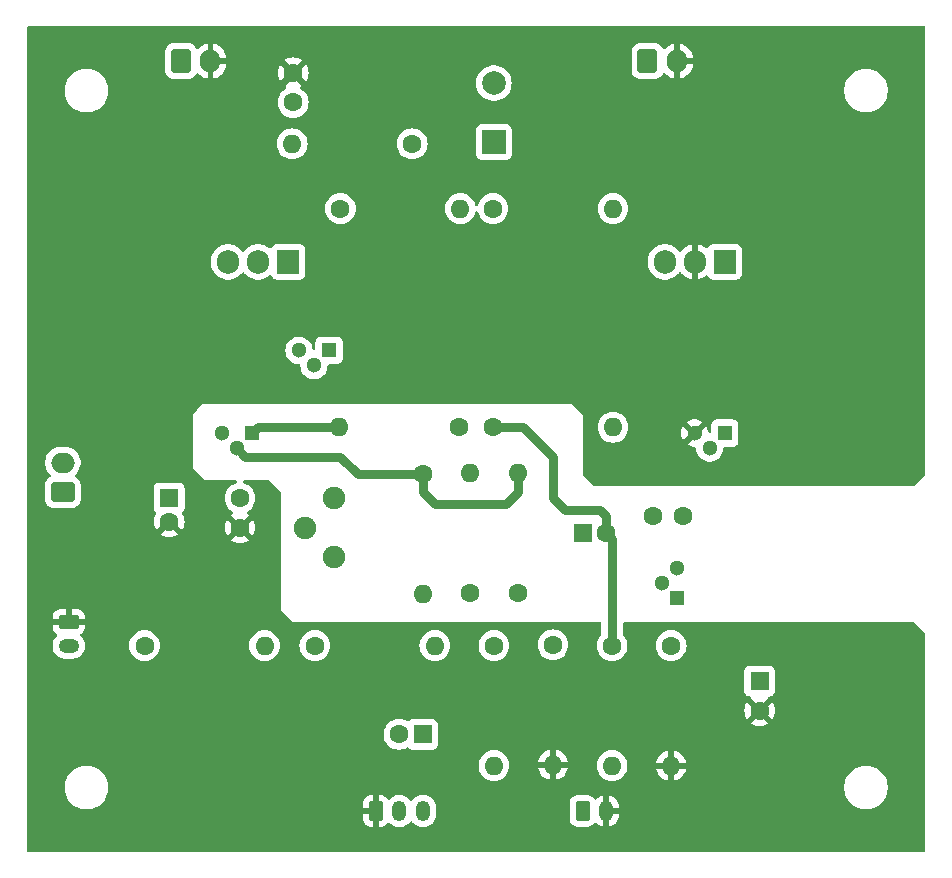
<source format=gbr>
%TF.GenerationSoftware,KiCad,Pcbnew,8.0.3*%
%TF.CreationDate,2024-07-15T18:29:38-05:00*%
%TF.ProjectId,amplifier,616d706c-6966-4696-9572-2e6b69636164,1.0*%
%TF.SameCoordinates,Original*%
%TF.FileFunction,Copper,L2,Bot*%
%TF.FilePolarity,Positive*%
%FSLAX46Y46*%
G04 Gerber Fmt 4.6, Leading zero omitted, Abs format (unit mm)*
G04 Created by KiCad (PCBNEW 8.0.3) date 2024-07-15 18:29:38*
%MOMM*%
%LPD*%
G01*
G04 APERTURE LIST*
G04 Aperture macros list*
%AMRoundRect*
0 Rectangle with rounded corners*
0 $1 Rounding radius*
0 $2 $3 $4 $5 $6 $7 $8 $9 X,Y pos of 4 corners*
0 Add a 4 corners polygon primitive as box body*
4,1,4,$2,$3,$4,$5,$6,$7,$8,$9,$2,$3,0*
0 Add four circle primitives for the rounded corners*
1,1,$1+$1,$2,$3*
1,1,$1+$1,$4,$5*
1,1,$1+$1,$6,$7*
1,1,$1+$1,$8,$9*
0 Add four rect primitives between the rounded corners*
20,1,$1+$1,$2,$3,$4,$5,0*
20,1,$1+$1,$4,$5,$6,$7,0*
20,1,$1+$1,$6,$7,$8,$9,0*
20,1,$1+$1,$8,$9,$2,$3,0*%
G04 Aperture macros list end*
%TA.AperFunction,ComponentPad*%
%ADD10C,1.600000*%
%TD*%
%TA.AperFunction,ComponentPad*%
%ADD11O,1.600000X1.600000*%
%TD*%
%TA.AperFunction,ComponentPad*%
%ADD12R,1.300000X1.300000*%
%TD*%
%TA.AperFunction,ComponentPad*%
%ADD13C,1.300000*%
%TD*%
%TA.AperFunction,ComponentPad*%
%ADD14C,1.905000*%
%TD*%
%TA.AperFunction,ComponentPad*%
%ADD15R,1.905000X2.000000*%
%TD*%
%TA.AperFunction,ComponentPad*%
%ADD16O,1.905000X2.000000*%
%TD*%
%TA.AperFunction,ComponentPad*%
%ADD17RoundRect,0.250000X-0.625000X0.350000X-0.625000X-0.350000X0.625000X-0.350000X0.625000X0.350000X0*%
%TD*%
%TA.AperFunction,ComponentPad*%
%ADD18O,1.750000X1.200000*%
%TD*%
%TA.AperFunction,ComponentPad*%
%ADD19R,1.600000X1.600000*%
%TD*%
%TA.AperFunction,ComponentPad*%
%ADD20R,2.000000X2.000000*%
%TD*%
%TA.AperFunction,ComponentPad*%
%ADD21C,2.000000*%
%TD*%
%TA.AperFunction,ComponentPad*%
%ADD22RoundRect,0.250000X-0.350000X-0.625000X0.350000X-0.625000X0.350000X0.625000X-0.350000X0.625000X0*%
%TD*%
%TA.AperFunction,ComponentPad*%
%ADD23O,1.200000X1.750000*%
%TD*%
%TA.AperFunction,ComponentPad*%
%ADD24RoundRect,0.250000X0.750000X-0.600000X0.750000X0.600000X-0.750000X0.600000X-0.750000X-0.600000X0*%
%TD*%
%TA.AperFunction,ComponentPad*%
%ADD25O,2.000000X1.700000*%
%TD*%
%TA.AperFunction,ComponentPad*%
%ADD26RoundRect,0.250000X-0.600000X-0.750000X0.600000X-0.750000X0.600000X0.750000X-0.600000X0.750000X0*%
%TD*%
%TA.AperFunction,ComponentPad*%
%ADD27O,1.700000X2.000000*%
%TD*%
%TA.AperFunction,Conductor*%
%ADD28C,0.800000*%
%TD*%
G04 APERTURE END LIST*
D10*
%TO.P,R3,1*%
%TO.N,Net-(C4-Pad2)*%
X133000000Y-124000000D03*
D11*
%TO.P,R3,2*%
%TO.N,Net-(Q1-B)*%
X133000000Y-134160000D03*
%TD*%
D10*
%TO.P,R14,1*%
%TO.N,Net-(J5-Pin_2)*%
X93420000Y-124000000D03*
D11*
%TO.P,R14,2*%
%TO.N,+12V*%
X103580000Y-124000000D03*
%TD*%
D12*
%TO.P,Q4,1,E*%
%TO.N,Net-(Q4-E)*%
X102500000Y-106000000D03*
D13*
%TO.P,Q4,2,B*%
%TO.N,Net-(Q2-C)*%
X101230000Y-107270000D03*
%TO.P,Q4,3,C*%
%TO.N,+12V*%
X99960000Y-106000000D03*
%TD*%
D10*
%TO.P,R8,1*%
%TO.N,+12V*%
X107840000Y-124000000D03*
D11*
%TO.P,R8,2*%
%TO.N,Net-(C4-Pad1)*%
X118000000Y-124000000D03*
%TD*%
D10*
%TO.P,C7,1*%
%TO.N,+12V*%
X101500000Y-111500000D03*
%TO.P,C7,2*%
%TO.N,GND*%
X101500000Y-114000000D03*
%TD*%
D14*
%TO.P,RV1,1,1*%
%TO.N,Net-(R6-Pad2)*%
X109500000Y-116500000D03*
%TO.P,RV1,2,2*%
%TO.N,Net-(Q2-B)*%
X107000000Y-114000000D03*
%TO.P,RV1,3,3*%
%TO.N,Net-(R5-Pad1)*%
X109500000Y-111500000D03*
%TD*%
D15*
%TO.P,Q5,1,B*%
%TO.N,Net-(Q3-E)*%
X142540000Y-91500000D03*
D16*
%TO.P,Q5,2,C*%
%TO.N,GND*%
X140000000Y-91500000D03*
%TO.P,Q5,3,E*%
%TO.N,Net-(Q5-E)*%
X137460000Y-91500000D03*
%TD*%
D12*
%TO.P,Q1,1,E*%
%TO.N,Net-(Q1-E)*%
X138500000Y-120000000D03*
D13*
%TO.P,Q1,2,B*%
%TO.N,Net-(Q1-B)*%
X137230000Y-118730000D03*
%TO.P,Q1,3,C*%
%TO.N,Net-(Q1-C)*%
X138500000Y-117460000D03*
%TD*%
D10*
%TO.P,R10,1*%
%TO.N,Net-(C4-Pad2)*%
X120000000Y-105500000D03*
D11*
%TO.P,R10,2*%
%TO.N,Net-(Q4-E)*%
X109840000Y-105500000D03*
%TD*%
D17*
%TO.P,J5,1,Pin_1*%
%TO.N,GND*%
X87000000Y-122000000D03*
D18*
%TO.P,J5,2,Pin_2*%
%TO.N,Net-(J5-Pin_2)*%
X87000000Y-124000000D03*
%TD*%
D10*
%TO.P,R2,1*%
%TO.N,Net-(Q1-B)*%
X128000000Y-123920000D03*
D11*
%TO.P,R2,2*%
%TO.N,GND*%
X128000000Y-134080000D03*
%TD*%
D19*
%TO.P,C4,1*%
%TO.N,Net-(C4-Pad1)*%
X130500000Y-114500000D03*
D10*
%TO.P,C4,2*%
%TO.N,Net-(C4-Pad2)*%
X132500000Y-114500000D03*
%TD*%
%TO.P,R9,1*%
%TO.N,Net-(C4-Pad2)*%
X122920000Y-105500000D03*
D11*
%TO.P,R9,2*%
%TO.N,Net-(Q3-E)*%
X133080000Y-105500000D03*
%TD*%
D10*
%TO.P,R13,1*%
%TO.N,Net-(C4-Pad2)*%
X116080000Y-81500000D03*
D11*
%TO.P,R13,2*%
%TO.N,Net-(C5-Pad1)*%
X105920000Y-81500000D03*
%TD*%
D20*
%TO.P,C6,1*%
%TO.N,Net-(C4-Pad2)*%
X123000000Y-81367677D03*
D21*
%TO.P,C6,2*%
%TO.N,Net-(J3-Pin_1)*%
X123000000Y-76367677D03*
%TD*%
D19*
%TO.P,C8,1*%
%TO.N,+12V*%
X95500000Y-111500000D03*
D10*
%TO.P,C8,2*%
%TO.N,GND*%
X95500000Y-113500000D03*
%TD*%
%TO.P,C3,1*%
%TO.N,Net-(Q1-B)*%
X136500000Y-113000000D03*
%TO.P,C3,2*%
%TO.N,Net-(Q1-C)*%
X139000000Y-113000000D03*
%TD*%
%TO.P,R6,1*%
%TO.N,Net-(Q2-C)*%
X117000000Y-109500000D03*
D11*
%TO.P,R6,2*%
%TO.N,Net-(R6-Pad2)*%
X117000000Y-119660000D03*
%TD*%
D10*
%TO.P,R7,1*%
%TO.N,Net-(C4-Pad1)*%
X125000000Y-119580000D03*
D11*
%TO.P,R7,2*%
%TO.N,Net-(Q2-C)*%
X125000000Y-109420000D03*
%TD*%
D22*
%TO.P,J2,1,Pin_1*%
%TO.N,GND*%
X113000000Y-138000000D03*
D23*
%TO.P,J2,2,Pin_2*%
%TO.N,Net-(J2-Pin_2)*%
X115000000Y-138000000D03*
%TO.P,J2,3,Pin_3*%
%TO.N,Net-(J1-Pin_1)*%
X117000000Y-138000000D03*
%TD*%
D19*
%TO.P,C2,1*%
%TO.N,Net-(Q1-E)*%
X145500000Y-127000000D03*
D10*
%TO.P,C2,2*%
%TO.N,GND*%
X145500000Y-129500000D03*
%TD*%
D12*
%TO.P,Q2,1,E*%
%TO.N,Net-(Q1-C)*%
X109040000Y-99000000D03*
D13*
%TO.P,Q2,2,B*%
%TO.N,Net-(Q2-B)*%
X107770000Y-100270000D03*
%TO.P,Q2,3,C*%
%TO.N,Net-(Q2-C)*%
X106500000Y-99000000D03*
%TD*%
D15*
%TO.P,Q6,1,B*%
%TO.N,Net-(Q4-E)*%
X105580000Y-91500000D03*
D16*
%TO.P,Q6,2,C*%
%TO.N,+12V*%
X103040000Y-91500000D03*
%TO.P,Q6,3,E*%
%TO.N,Net-(Q6-E)*%
X100500000Y-91500000D03*
%TD*%
D24*
%TO.P,J6,1,Pin_1*%
%TO.N,+12V*%
X86500000Y-111000000D03*
D25*
%TO.P,J6,2,Pin_2*%
%TO.N,Net-(J4-Pin_1)*%
X86500000Y-108500000D03*
%TD*%
D10*
%TO.P,R11,1*%
%TO.N,Net-(C4-Pad2)*%
X122920000Y-87000000D03*
D11*
%TO.P,R11,2*%
%TO.N,Net-(Q5-E)*%
X133080000Y-87000000D03*
%TD*%
D10*
%TO.P,R1,1*%
%TO.N,Net-(Q1-B)*%
X123000000Y-124000000D03*
D11*
%TO.P,R1,2*%
%TO.N,Net-(C1-Pad1)*%
X123000000Y-134160000D03*
%TD*%
D10*
%TO.P,C5,1*%
%TO.N,Net-(C5-Pad1)*%
X106000000Y-78000000D03*
%TO.P,C5,2*%
%TO.N,GND*%
X106000000Y-75500000D03*
%TD*%
%TO.P,R5,1*%
%TO.N,Net-(R5-Pad1)*%
X121000000Y-119580000D03*
D11*
%TO.P,R5,2*%
%TO.N,Net-(Q1-C)*%
X121000000Y-109420000D03*
%TD*%
D10*
%TO.P,R4,1*%
%TO.N,Net-(Q1-E)*%
X138000000Y-124000000D03*
D11*
%TO.P,R4,2*%
%TO.N,GND*%
X138000000Y-134160000D03*
%TD*%
D10*
%TO.P,R12,1*%
%TO.N,Net-(Q6-E)*%
X110000000Y-87000000D03*
D11*
%TO.P,R12,2*%
%TO.N,Net-(C4-Pad2)*%
X120160000Y-87000000D03*
%TD*%
D19*
%TO.P,C1,1*%
%TO.N,Net-(C1-Pad1)*%
X116955113Y-131500000D03*
D10*
%TO.P,C1,2*%
%TO.N,Net-(J2-Pin_2)*%
X114955113Y-131500000D03*
%TD*%
D26*
%TO.P,J4,1,Pin_1*%
%TO.N,Net-(J4-Pin_1)*%
X96500000Y-74500000D03*
D27*
%TO.P,J4,2,Pin_2*%
%TO.N,GND*%
X99000000Y-74500000D03*
%TD*%
D26*
%TO.P,J3,1,Pin_1*%
%TO.N,Net-(J3-Pin_1)*%
X136000000Y-74500000D03*
D27*
%TO.P,J3,2,Pin_2*%
%TO.N,GND*%
X138500000Y-74500000D03*
%TD*%
D12*
%TO.P,Q3,1,E*%
%TO.N,Net-(Q3-E)*%
X142540000Y-106000000D03*
D13*
%TO.P,Q3,2,B*%
%TO.N,Net-(Q1-C)*%
X141270000Y-107270000D03*
%TO.P,Q3,3,C*%
%TO.N,GND*%
X140000000Y-106000000D03*
%TD*%
D22*
%TO.P,J1,1,Pin_1*%
%TO.N,Net-(J1-Pin_1)*%
X130500000Y-138000000D03*
D23*
%TO.P,J1,2,Pin_2*%
%TO.N,GND*%
X132500000Y-138000000D03*
%TD*%
D28*
%TO.N,Net-(C4-Pad2)*%
X128000000Y-108000000D02*
X125500000Y-105500000D01*
X129000000Y-112500000D02*
X128000000Y-111500000D01*
X133000000Y-115000000D02*
X132500000Y-114500000D01*
X132500000Y-114500000D02*
X132500000Y-113000000D01*
X132000000Y-112500000D02*
X129000000Y-112500000D01*
X132500000Y-113000000D02*
X132000000Y-112500000D01*
X128000000Y-111500000D02*
X128000000Y-108000000D01*
X133000000Y-124000000D02*
X133000000Y-115000000D01*
X125500000Y-105500000D02*
X122920000Y-105500000D01*
%TO.N,Net-(Q2-C)*%
X117000000Y-109500000D02*
X111500000Y-109500000D01*
X117000000Y-111000000D02*
X117000000Y-109420000D01*
X124000000Y-112000000D02*
X118000000Y-112000000D01*
X111500000Y-109500000D02*
X110000000Y-108000000D01*
X110000000Y-108000000D02*
X101960000Y-108000000D01*
X101960000Y-108000000D02*
X101230000Y-107270000D01*
X125000000Y-111000000D02*
X124000000Y-112000000D01*
X118000000Y-112000000D02*
X117000000Y-111000000D01*
X125000000Y-109500000D02*
X125000000Y-111000000D01*
%TO.N,Net-(Q4-E)*%
X109840000Y-105500000D02*
X103000000Y-105500000D01*
X103000000Y-105500000D02*
X102500000Y-106000000D01*
%TD*%
%TA.AperFunction,Conductor*%
%TO.N,GND*%
G36*
X159443039Y-71519685D02*
G01*
X159488794Y-71572489D01*
X159500000Y-71624000D01*
X159500000Y-109448638D01*
X159480315Y-109515677D01*
X159463681Y-109536319D01*
X158536319Y-110463681D01*
X158474996Y-110497166D01*
X158448638Y-110500000D01*
X131551362Y-110500000D01*
X131484323Y-110480315D01*
X131463681Y-110463681D01*
X130536319Y-109536319D01*
X130502834Y-109474996D01*
X130500000Y-109448638D01*
X130500000Y-105499998D01*
X131774532Y-105499998D01*
X131774532Y-105500001D01*
X131794364Y-105726686D01*
X131794366Y-105726697D01*
X131853258Y-105946488D01*
X131853261Y-105946497D01*
X131949431Y-106152732D01*
X131949432Y-106152734D01*
X132079954Y-106339141D01*
X132240858Y-106500045D01*
X132240861Y-106500047D01*
X132427266Y-106630568D01*
X132633504Y-106726739D01*
X132853308Y-106785635D01*
X133015230Y-106799801D01*
X133079998Y-106805468D01*
X133080000Y-106805468D01*
X133080002Y-106805468D01*
X133136673Y-106800509D01*
X133306692Y-106785635D01*
X133526496Y-106726739D01*
X133732734Y-106630568D01*
X133919139Y-106500047D01*
X134080047Y-106339139D01*
X134210568Y-106152734D01*
X134281790Y-105999999D01*
X138845073Y-105999999D01*
X138845073Y-106000000D01*
X138864737Y-106212216D01*
X138864738Y-106212219D01*
X138923058Y-106417196D01*
X138923064Y-106417211D01*
X139018061Y-106607991D01*
X139018064Y-106607996D01*
X139026836Y-106619610D01*
X139625000Y-106021446D01*
X139625000Y-106049370D01*
X139650556Y-106144745D01*
X139699925Y-106230255D01*
X139769745Y-106300075D01*
X139855255Y-106349444D01*
X139950630Y-106375000D01*
X139978553Y-106375000D01*
X139382991Y-106970559D01*
X139485204Y-107033847D01*
X139485208Y-107033849D01*
X139683936Y-107110836D01*
X139683941Y-107110837D01*
X139893439Y-107150000D01*
X139990571Y-107150000D01*
X140057610Y-107169685D01*
X140103365Y-107222489D01*
X140112490Y-107264435D01*
X140114042Y-107264292D01*
X140134244Y-107482310D01*
X140192596Y-107687392D01*
X140192596Y-107687394D01*
X140287632Y-107878253D01*
X140287634Y-107878255D01*
X140416128Y-108048407D01*
X140573698Y-108192052D01*
X140754981Y-108304298D01*
X140953802Y-108381321D01*
X141163390Y-108420500D01*
X141163392Y-108420500D01*
X141376608Y-108420500D01*
X141376610Y-108420500D01*
X141586198Y-108381321D01*
X141785019Y-108304298D01*
X141966302Y-108192052D01*
X142123872Y-108048407D01*
X142252366Y-107878255D01*
X142347405Y-107687389D01*
X142405756Y-107482310D01*
X142425429Y-107270000D01*
X142425958Y-107264292D01*
X142428360Y-107264514D01*
X142445114Y-107207460D01*
X142497918Y-107161705D01*
X142549429Y-107150499D01*
X143237871Y-107150499D01*
X143237872Y-107150499D01*
X143297483Y-107144091D01*
X143432331Y-107093796D01*
X143547546Y-107007546D01*
X143633796Y-106892331D01*
X143684091Y-106757483D01*
X143690500Y-106697873D01*
X143690499Y-105302128D01*
X143684091Y-105242517D01*
X143633796Y-105107669D01*
X143633795Y-105107668D01*
X143633793Y-105107664D01*
X143547547Y-104992455D01*
X143547544Y-104992452D01*
X143432335Y-104906206D01*
X143432328Y-104906202D01*
X143297482Y-104855908D01*
X143297483Y-104855908D01*
X143237883Y-104849501D01*
X143237881Y-104849500D01*
X143237873Y-104849500D01*
X143237864Y-104849500D01*
X141842129Y-104849500D01*
X141842123Y-104849501D01*
X141782516Y-104855908D01*
X141647671Y-104906202D01*
X141647664Y-104906206D01*
X141532455Y-104992452D01*
X141532452Y-104992455D01*
X141446206Y-105107664D01*
X141446202Y-105107671D01*
X141395908Y-105242517D01*
X141389501Y-105302116D01*
X141389501Y-105302123D01*
X141389500Y-105302135D01*
X141389500Y-105849368D01*
X141369815Y-105916407D01*
X141317011Y-105962162D01*
X141247853Y-105972106D01*
X141184297Y-105943081D01*
X141146523Y-105884303D01*
X141142029Y-105860809D01*
X141135262Y-105787783D01*
X141135261Y-105787780D01*
X141076941Y-105582803D01*
X141076933Y-105582783D01*
X140981942Y-105392014D01*
X140981937Y-105392006D01*
X140973163Y-105380389D01*
X140375000Y-105978552D01*
X140375000Y-105950630D01*
X140349444Y-105855255D01*
X140300075Y-105769745D01*
X140230255Y-105699925D01*
X140144745Y-105650556D01*
X140049370Y-105625000D01*
X140021448Y-105625000D01*
X140617007Y-105029439D01*
X140514793Y-104966151D01*
X140514789Y-104966149D01*
X140316063Y-104889163D01*
X140316058Y-104889162D01*
X140106561Y-104850000D01*
X139893439Y-104850000D01*
X139683941Y-104889162D01*
X139683936Y-104889163D01*
X139485210Y-104966149D01*
X139485201Y-104966154D01*
X139382992Y-105029438D01*
X139382991Y-105029439D01*
X139978553Y-105625000D01*
X139950630Y-105625000D01*
X139855255Y-105650556D01*
X139769745Y-105699925D01*
X139699925Y-105769745D01*
X139650556Y-105855255D01*
X139625000Y-105950630D01*
X139625000Y-105978552D01*
X139026836Y-105380388D01*
X139018059Y-105392010D01*
X138923066Y-105582783D01*
X138923058Y-105582803D01*
X138864738Y-105787780D01*
X138864737Y-105787783D01*
X138845073Y-105999999D01*
X134281790Y-105999999D01*
X134306739Y-105946496D01*
X134365635Y-105726692D01*
X134385468Y-105500000D01*
X134365635Y-105273308D01*
X134306739Y-105053504D01*
X134210568Y-104847266D01*
X134080047Y-104660861D01*
X134080045Y-104660858D01*
X133919141Y-104499954D01*
X133732734Y-104369432D01*
X133732732Y-104369431D01*
X133526497Y-104273261D01*
X133526488Y-104273258D01*
X133306697Y-104214366D01*
X133306693Y-104214365D01*
X133306692Y-104214365D01*
X133306691Y-104214364D01*
X133306686Y-104214364D01*
X133080002Y-104194532D01*
X133079998Y-104194532D01*
X132853313Y-104214364D01*
X132853302Y-104214366D01*
X132633511Y-104273258D01*
X132633502Y-104273261D01*
X132427267Y-104369431D01*
X132427265Y-104369432D01*
X132240858Y-104499954D01*
X132079954Y-104660858D01*
X131949432Y-104847265D01*
X131949431Y-104847267D01*
X131853261Y-105053502D01*
X131853258Y-105053511D01*
X131794366Y-105273302D01*
X131794364Y-105273313D01*
X131774532Y-105499998D01*
X130500000Y-105499998D01*
X130500000Y-104500000D01*
X129500000Y-103500000D01*
X98250000Y-103500000D01*
X99000000Y-102500000D01*
X83500000Y-102500000D01*
X83500000Y-98999999D01*
X105344571Y-98999999D01*
X105344571Y-99000000D01*
X105364244Y-99212310D01*
X105422596Y-99417392D01*
X105422596Y-99417394D01*
X105517632Y-99608253D01*
X105630326Y-99757482D01*
X105646128Y-99778407D01*
X105803698Y-99922052D01*
X105984981Y-100034298D01*
X106183802Y-100111321D01*
X106393390Y-100150500D01*
X106393392Y-100150500D01*
X106490571Y-100150500D01*
X106557610Y-100170185D01*
X106603365Y-100222989D01*
X106612383Y-100264445D01*
X106614042Y-100264292D01*
X106634244Y-100482310D01*
X106692596Y-100687392D01*
X106692596Y-100687394D01*
X106787632Y-100878253D01*
X106787634Y-100878255D01*
X106916128Y-101048407D01*
X107073698Y-101192052D01*
X107254981Y-101304298D01*
X107453802Y-101381321D01*
X107663390Y-101420500D01*
X107663392Y-101420500D01*
X107876608Y-101420500D01*
X107876610Y-101420500D01*
X108086198Y-101381321D01*
X108285019Y-101304298D01*
X108466302Y-101192052D01*
X108623872Y-101048407D01*
X108752366Y-100878255D01*
X108847405Y-100687389D01*
X108905756Y-100482310D01*
X108925429Y-100270000D01*
X108925958Y-100264292D01*
X108928360Y-100264514D01*
X108945114Y-100207460D01*
X108997918Y-100161705D01*
X109049429Y-100150499D01*
X109737871Y-100150499D01*
X109737872Y-100150499D01*
X109797483Y-100144091D01*
X109932331Y-100093796D01*
X110047546Y-100007546D01*
X110133796Y-99892331D01*
X110184091Y-99757483D01*
X110190500Y-99697873D01*
X110190499Y-98302128D01*
X110184091Y-98242517D01*
X110133796Y-98107669D01*
X110133795Y-98107668D01*
X110133793Y-98107664D01*
X110047547Y-97992455D01*
X110047544Y-97992452D01*
X109932335Y-97906206D01*
X109932328Y-97906202D01*
X109797482Y-97855908D01*
X109797483Y-97855908D01*
X109737883Y-97849501D01*
X109737881Y-97849500D01*
X109737873Y-97849500D01*
X109737864Y-97849500D01*
X108342129Y-97849500D01*
X108342123Y-97849501D01*
X108282516Y-97855908D01*
X108147671Y-97906202D01*
X108147664Y-97906206D01*
X108032455Y-97992452D01*
X108032452Y-97992455D01*
X107946206Y-98107664D01*
X107946202Y-98107671D01*
X107895908Y-98242517D01*
X107889501Y-98302116D01*
X107889501Y-98302123D01*
X107889500Y-98302135D01*
X107889500Y-98843946D01*
X107869815Y-98910985D01*
X107817011Y-98956740D01*
X107747853Y-98966684D01*
X107684297Y-98937659D01*
X107646523Y-98878881D01*
X107642029Y-98855387D01*
X107640969Y-98843946D01*
X107635756Y-98787690D01*
X107577405Y-98582611D01*
X107577403Y-98582606D01*
X107577403Y-98582605D01*
X107482367Y-98391746D01*
X107353872Y-98221593D01*
X107228906Y-98107671D01*
X107196302Y-98077948D01*
X107015019Y-97965702D01*
X107015017Y-97965701D01*
X106915608Y-97927190D01*
X106816198Y-97888679D01*
X106606610Y-97849500D01*
X106393390Y-97849500D01*
X106183802Y-97888679D01*
X106183799Y-97888679D01*
X106183799Y-97888680D01*
X105984982Y-97965701D01*
X105984980Y-97965702D01*
X105803699Y-98077947D01*
X105646127Y-98221593D01*
X105517632Y-98391746D01*
X105422596Y-98582605D01*
X105422596Y-98582607D01*
X105364244Y-98787689D01*
X105344571Y-98999999D01*
X83500000Y-98999999D01*
X83500000Y-91338146D01*
X99047000Y-91338146D01*
X99047000Y-91661853D01*
X99082778Y-91887746D01*
X99082778Y-91887749D01*
X99153450Y-92105255D01*
X99153452Y-92105258D01*
X99257283Y-92309038D01*
X99391714Y-92494066D01*
X99553434Y-92655786D01*
X99738462Y-92790217D01*
X99870599Y-92857544D01*
X99942244Y-92894049D01*
X100159751Y-92964721D01*
X100159752Y-92964721D01*
X100159755Y-92964722D01*
X100385646Y-93000500D01*
X100385647Y-93000500D01*
X100614353Y-93000500D01*
X100614354Y-93000500D01*
X100840245Y-92964722D01*
X100840248Y-92964721D01*
X100840249Y-92964721D01*
X101057755Y-92894049D01*
X101057755Y-92894048D01*
X101057758Y-92894048D01*
X101261538Y-92790217D01*
X101446566Y-92655786D01*
X101608286Y-92494066D01*
X101669683Y-92409559D01*
X101725012Y-92366896D01*
X101794625Y-92360917D01*
X101856420Y-92393523D01*
X101870314Y-92409556D01*
X101931714Y-92494066D01*
X102093434Y-92655786D01*
X102278462Y-92790217D01*
X102410599Y-92857544D01*
X102482244Y-92894049D01*
X102699751Y-92964721D01*
X102699752Y-92964721D01*
X102699755Y-92964722D01*
X102925646Y-93000500D01*
X102925647Y-93000500D01*
X103154353Y-93000500D01*
X103154354Y-93000500D01*
X103380245Y-92964722D01*
X103380248Y-92964721D01*
X103380249Y-92964721D01*
X103597755Y-92894049D01*
X103597755Y-92894048D01*
X103597758Y-92894048D01*
X103801538Y-92790217D01*
X103984245Y-92657472D01*
X104050046Y-92633994D01*
X104118100Y-92649819D01*
X104166795Y-92699924D01*
X104173308Y-92714459D01*
X104183702Y-92742328D01*
X104183706Y-92742335D01*
X104269952Y-92857544D01*
X104269955Y-92857547D01*
X104385164Y-92943793D01*
X104385171Y-92943797D01*
X104520017Y-92994091D01*
X104520016Y-92994091D01*
X104526944Y-92994835D01*
X104579627Y-93000500D01*
X106580372Y-93000499D01*
X106639983Y-92994091D01*
X106774831Y-92943796D01*
X106890046Y-92857546D01*
X106976296Y-92742331D01*
X107026591Y-92607483D01*
X107033000Y-92547873D01*
X107032999Y-91338146D01*
X136007000Y-91338146D01*
X136007000Y-91661853D01*
X136042778Y-91887746D01*
X136042778Y-91887749D01*
X136113450Y-92105255D01*
X136113452Y-92105258D01*
X136217283Y-92309038D01*
X136351714Y-92494066D01*
X136513434Y-92655786D01*
X136698462Y-92790217D01*
X136830599Y-92857544D01*
X136902244Y-92894049D01*
X137119751Y-92964721D01*
X137119752Y-92964721D01*
X137119755Y-92964722D01*
X137345646Y-93000500D01*
X137345647Y-93000500D01*
X137574353Y-93000500D01*
X137574354Y-93000500D01*
X137800245Y-92964722D01*
X137800248Y-92964721D01*
X137800249Y-92964721D01*
X138017755Y-92894049D01*
X138017755Y-92894048D01*
X138017758Y-92894048D01*
X138221538Y-92790217D01*
X138406566Y-92655786D01*
X138568286Y-92494066D01*
X138629992Y-92409134D01*
X138685319Y-92366470D01*
X138754932Y-92360491D01*
X138816727Y-92393096D01*
X138830626Y-92409135D01*
X138892097Y-92493741D01*
X138892097Y-92493742D01*
X139053757Y-92655402D01*
X139238723Y-92789788D01*
X139442429Y-92893582D01*
X139659871Y-92964234D01*
X139750000Y-92978509D01*
X139750000Y-91990747D01*
X139787708Y-92012518D01*
X139927591Y-92050000D01*
X140072409Y-92050000D01*
X140212292Y-92012518D01*
X140250000Y-91990747D01*
X140250000Y-92978508D01*
X140340128Y-92964234D01*
X140557570Y-92893582D01*
X140761276Y-92789788D01*
X140944059Y-92656988D01*
X141009865Y-92633508D01*
X141077919Y-92649333D01*
X141126614Y-92699439D01*
X141133127Y-92713974D01*
X141143701Y-92742326D01*
X141143706Y-92742335D01*
X141229952Y-92857544D01*
X141229955Y-92857547D01*
X141345164Y-92943793D01*
X141345171Y-92943797D01*
X141480017Y-92994091D01*
X141480016Y-92994091D01*
X141486944Y-92994835D01*
X141539627Y-93000500D01*
X143540372Y-93000499D01*
X143599983Y-92994091D01*
X143734831Y-92943796D01*
X143850046Y-92857546D01*
X143936296Y-92742331D01*
X143986591Y-92607483D01*
X143993000Y-92547873D01*
X143992999Y-90452128D01*
X143986591Y-90392517D01*
X143976841Y-90366377D01*
X143936297Y-90257671D01*
X143936293Y-90257664D01*
X143850047Y-90142455D01*
X143850044Y-90142452D01*
X143734835Y-90056206D01*
X143734828Y-90056202D01*
X143599982Y-90005908D01*
X143599983Y-90005908D01*
X143540383Y-89999501D01*
X143540381Y-89999500D01*
X143540373Y-89999500D01*
X143540364Y-89999500D01*
X141539629Y-89999500D01*
X141539623Y-89999501D01*
X141480016Y-90005908D01*
X141345171Y-90056202D01*
X141345164Y-90056206D01*
X141229955Y-90142452D01*
X141229952Y-90142455D01*
X141143706Y-90257664D01*
X141143702Y-90257671D01*
X141133127Y-90286026D01*
X141091256Y-90341960D01*
X141025791Y-90366377D01*
X140957518Y-90351525D01*
X140944060Y-90343011D01*
X140761279Y-90210213D01*
X140557568Y-90106417D01*
X140340124Y-90035765D01*
X140250000Y-90021490D01*
X140250000Y-91009252D01*
X140212292Y-90987482D01*
X140072409Y-90950000D01*
X139927591Y-90950000D01*
X139787708Y-90987482D01*
X139750000Y-91009252D01*
X139750000Y-90021490D01*
X139749999Y-90021490D01*
X139659875Y-90035765D01*
X139442431Y-90106417D01*
X139238723Y-90210211D01*
X139053757Y-90344597D01*
X138892097Y-90506257D01*
X138830627Y-90590864D01*
X138775297Y-90633529D01*
X138705684Y-90639508D01*
X138643889Y-90606902D01*
X138629991Y-90590864D01*
X138568286Y-90505934D01*
X138406566Y-90344214D01*
X138221538Y-90209783D01*
X138017755Y-90105950D01*
X137800248Y-90035278D01*
X137614812Y-90005908D01*
X137574354Y-89999500D01*
X137345646Y-89999500D01*
X137305188Y-90005908D01*
X137119753Y-90035278D01*
X137119750Y-90035278D01*
X136902244Y-90105950D01*
X136698461Y-90209783D01*
X136632551Y-90257670D01*
X136513434Y-90344214D01*
X136513432Y-90344216D01*
X136513431Y-90344216D01*
X136351716Y-90505931D01*
X136351716Y-90505932D01*
X136351714Y-90505934D01*
X136293980Y-90585396D01*
X136217283Y-90690961D01*
X136113450Y-90894744D01*
X136042778Y-91112250D01*
X136042778Y-91112253D01*
X136007000Y-91338146D01*
X107032999Y-91338146D01*
X107032999Y-90452128D01*
X107026591Y-90392517D01*
X107016841Y-90366377D01*
X106976297Y-90257671D01*
X106976293Y-90257664D01*
X106890047Y-90142455D01*
X106890044Y-90142452D01*
X106774835Y-90056206D01*
X106774828Y-90056202D01*
X106639982Y-90005908D01*
X106639983Y-90005908D01*
X106580383Y-89999501D01*
X106580381Y-89999500D01*
X106580373Y-89999500D01*
X106580364Y-89999500D01*
X104579629Y-89999500D01*
X104579623Y-89999501D01*
X104520016Y-90005908D01*
X104385171Y-90056202D01*
X104385164Y-90056206D01*
X104269955Y-90142452D01*
X104269952Y-90142455D01*
X104183706Y-90257664D01*
X104183703Y-90257670D01*
X104173308Y-90285541D01*
X104131436Y-90341474D01*
X104065972Y-90365891D01*
X103997699Y-90351039D01*
X103984250Y-90342531D01*
X103801538Y-90209783D01*
X103597755Y-90105950D01*
X103380248Y-90035278D01*
X103194812Y-90005908D01*
X103154354Y-89999500D01*
X102925646Y-89999500D01*
X102885188Y-90005908D01*
X102699753Y-90035278D01*
X102699750Y-90035278D01*
X102482244Y-90105950D01*
X102278461Y-90209783D01*
X102212551Y-90257670D01*
X102093434Y-90344214D01*
X102093432Y-90344216D01*
X102093431Y-90344216D01*
X101931715Y-90505932D01*
X101870318Y-90590438D01*
X101814987Y-90633103D01*
X101745374Y-90639082D01*
X101683579Y-90606476D01*
X101669682Y-90590438D01*
X101658773Y-90575423D01*
X101608286Y-90505934D01*
X101446566Y-90344214D01*
X101261538Y-90209783D01*
X101057755Y-90105950D01*
X100840248Y-90035278D01*
X100654812Y-90005908D01*
X100614354Y-89999500D01*
X100385646Y-89999500D01*
X100345188Y-90005908D01*
X100159753Y-90035278D01*
X100159750Y-90035278D01*
X99942244Y-90105950D01*
X99738461Y-90209783D01*
X99672551Y-90257670D01*
X99553434Y-90344214D01*
X99553432Y-90344216D01*
X99553431Y-90344216D01*
X99391716Y-90505931D01*
X99391716Y-90505932D01*
X99391714Y-90505934D01*
X99333980Y-90585396D01*
X99257283Y-90690961D01*
X99153450Y-90894744D01*
X99082778Y-91112250D01*
X99082778Y-91112253D01*
X99047000Y-91338146D01*
X83500000Y-91338146D01*
X83500000Y-86999998D01*
X108694532Y-86999998D01*
X108694532Y-87000001D01*
X108714364Y-87226686D01*
X108714366Y-87226697D01*
X108773258Y-87446488D01*
X108773261Y-87446497D01*
X108869431Y-87652732D01*
X108869432Y-87652734D01*
X108999954Y-87839141D01*
X109160858Y-88000045D01*
X109160861Y-88000047D01*
X109347266Y-88130568D01*
X109553504Y-88226739D01*
X109773308Y-88285635D01*
X109935230Y-88299801D01*
X109999998Y-88305468D01*
X110000000Y-88305468D01*
X110000002Y-88305468D01*
X110056673Y-88300509D01*
X110226692Y-88285635D01*
X110446496Y-88226739D01*
X110652734Y-88130568D01*
X110839139Y-88000047D01*
X111000047Y-87839139D01*
X111130568Y-87652734D01*
X111226739Y-87446496D01*
X111285635Y-87226692D01*
X111305468Y-87000000D01*
X111305468Y-86999998D01*
X118854532Y-86999998D01*
X118854532Y-87000001D01*
X118874364Y-87226686D01*
X118874366Y-87226697D01*
X118933258Y-87446488D01*
X118933261Y-87446497D01*
X119029431Y-87652732D01*
X119029432Y-87652734D01*
X119159954Y-87839141D01*
X119320858Y-88000045D01*
X119320861Y-88000047D01*
X119507266Y-88130568D01*
X119713504Y-88226739D01*
X119933308Y-88285635D01*
X120095230Y-88299801D01*
X120159998Y-88305468D01*
X120160000Y-88305468D01*
X120160002Y-88305468D01*
X120216673Y-88300509D01*
X120386692Y-88285635D01*
X120606496Y-88226739D01*
X120812734Y-88130568D01*
X120999139Y-88000047D01*
X121160047Y-87839139D01*
X121290568Y-87652734D01*
X121386739Y-87446496D01*
X121420225Y-87321524D01*
X121456590Y-87261863D01*
X121519437Y-87231334D01*
X121588812Y-87239629D01*
X121642690Y-87284114D01*
X121659775Y-87321524D01*
X121693258Y-87446488D01*
X121693261Y-87446497D01*
X121789431Y-87652732D01*
X121789432Y-87652734D01*
X121919954Y-87839141D01*
X122080858Y-88000045D01*
X122080861Y-88000047D01*
X122267266Y-88130568D01*
X122473504Y-88226739D01*
X122693308Y-88285635D01*
X122855230Y-88299801D01*
X122919998Y-88305468D01*
X122920000Y-88305468D01*
X122920002Y-88305468D01*
X122976673Y-88300509D01*
X123146692Y-88285635D01*
X123366496Y-88226739D01*
X123572734Y-88130568D01*
X123759139Y-88000047D01*
X123920047Y-87839139D01*
X124050568Y-87652734D01*
X124146739Y-87446496D01*
X124205635Y-87226692D01*
X124225468Y-87000000D01*
X124225468Y-86999998D01*
X131774532Y-86999998D01*
X131774532Y-87000001D01*
X131794364Y-87226686D01*
X131794366Y-87226697D01*
X131853258Y-87446488D01*
X131853261Y-87446497D01*
X131949431Y-87652732D01*
X131949432Y-87652734D01*
X132079954Y-87839141D01*
X132240858Y-88000045D01*
X132240861Y-88000047D01*
X132427266Y-88130568D01*
X132633504Y-88226739D01*
X132853308Y-88285635D01*
X133015230Y-88299801D01*
X133079998Y-88305468D01*
X133080000Y-88305468D01*
X133080002Y-88305468D01*
X133136673Y-88300509D01*
X133306692Y-88285635D01*
X133526496Y-88226739D01*
X133732734Y-88130568D01*
X133919139Y-88000047D01*
X134080047Y-87839139D01*
X134210568Y-87652734D01*
X134306739Y-87446496D01*
X134365635Y-87226692D01*
X134385468Y-87000000D01*
X134365635Y-86773308D01*
X134306739Y-86553504D01*
X134210568Y-86347266D01*
X134080047Y-86160861D01*
X134080045Y-86160858D01*
X133919141Y-85999954D01*
X133732734Y-85869432D01*
X133732732Y-85869431D01*
X133526497Y-85773261D01*
X133526488Y-85773258D01*
X133306697Y-85714366D01*
X133306693Y-85714365D01*
X133306692Y-85714365D01*
X133306691Y-85714364D01*
X133306686Y-85714364D01*
X133080002Y-85694532D01*
X133079998Y-85694532D01*
X132853313Y-85714364D01*
X132853302Y-85714366D01*
X132633511Y-85773258D01*
X132633502Y-85773261D01*
X132427267Y-85869431D01*
X132427265Y-85869432D01*
X132240858Y-85999954D01*
X132079954Y-86160858D01*
X131949432Y-86347265D01*
X131949431Y-86347267D01*
X131853261Y-86553502D01*
X131853258Y-86553511D01*
X131794366Y-86773302D01*
X131794364Y-86773313D01*
X131774532Y-86999998D01*
X124225468Y-86999998D01*
X124205635Y-86773308D01*
X124146739Y-86553504D01*
X124050568Y-86347266D01*
X123920047Y-86160861D01*
X123920045Y-86160858D01*
X123759141Y-85999954D01*
X123572734Y-85869432D01*
X123572732Y-85869431D01*
X123366497Y-85773261D01*
X123366488Y-85773258D01*
X123146697Y-85714366D01*
X123146693Y-85714365D01*
X123146692Y-85714365D01*
X123146691Y-85714364D01*
X123146686Y-85714364D01*
X122920002Y-85694532D01*
X122919998Y-85694532D01*
X122693313Y-85714364D01*
X122693302Y-85714366D01*
X122473511Y-85773258D01*
X122473502Y-85773261D01*
X122267267Y-85869431D01*
X122267265Y-85869432D01*
X122080858Y-85999954D01*
X121919954Y-86160858D01*
X121789432Y-86347265D01*
X121789431Y-86347267D01*
X121693261Y-86553502D01*
X121693258Y-86553511D01*
X121659775Y-86678475D01*
X121623410Y-86738136D01*
X121560563Y-86768665D01*
X121491188Y-86760370D01*
X121437310Y-86715885D01*
X121420225Y-86678475D01*
X121386741Y-86553511D01*
X121386738Y-86553502D01*
X121290568Y-86347267D01*
X121290567Y-86347265D01*
X121160045Y-86160858D01*
X120999141Y-85999954D01*
X120812734Y-85869432D01*
X120812732Y-85869431D01*
X120606497Y-85773261D01*
X120606488Y-85773258D01*
X120386697Y-85714366D01*
X120386693Y-85714365D01*
X120386692Y-85714365D01*
X120386691Y-85714364D01*
X120386686Y-85714364D01*
X120160002Y-85694532D01*
X120159998Y-85694532D01*
X119933313Y-85714364D01*
X119933302Y-85714366D01*
X119713511Y-85773258D01*
X119713502Y-85773261D01*
X119507267Y-85869431D01*
X119507265Y-85869432D01*
X119320858Y-85999954D01*
X119159954Y-86160858D01*
X119029432Y-86347265D01*
X119029431Y-86347267D01*
X118933261Y-86553502D01*
X118933258Y-86553511D01*
X118874366Y-86773302D01*
X118874364Y-86773313D01*
X118854532Y-86999998D01*
X111305468Y-86999998D01*
X111285635Y-86773308D01*
X111226739Y-86553504D01*
X111130568Y-86347266D01*
X111000047Y-86160861D01*
X111000045Y-86160858D01*
X110839141Y-85999954D01*
X110652734Y-85869432D01*
X110652732Y-85869431D01*
X110446497Y-85773261D01*
X110446488Y-85773258D01*
X110226697Y-85714366D01*
X110226693Y-85714365D01*
X110226692Y-85714365D01*
X110226691Y-85714364D01*
X110226686Y-85714364D01*
X110000002Y-85694532D01*
X109999998Y-85694532D01*
X109773313Y-85714364D01*
X109773302Y-85714366D01*
X109553511Y-85773258D01*
X109553502Y-85773261D01*
X109347267Y-85869431D01*
X109347265Y-85869432D01*
X109160858Y-85999954D01*
X108999954Y-86160858D01*
X108869432Y-86347265D01*
X108869431Y-86347267D01*
X108773261Y-86553502D01*
X108773258Y-86553511D01*
X108714366Y-86773302D01*
X108714364Y-86773313D01*
X108694532Y-86999998D01*
X83500000Y-86999998D01*
X83500000Y-81499998D01*
X104614532Y-81499998D01*
X104614532Y-81500001D01*
X104634364Y-81726686D01*
X104634366Y-81726697D01*
X104693258Y-81946488D01*
X104693261Y-81946497D01*
X104789431Y-82152732D01*
X104789432Y-82152734D01*
X104919954Y-82339141D01*
X105080858Y-82500045D01*
X105080861Y-82500047D01*
X105267266Y-82630568D01*
X105473504Y-82726739D01*
X105693308Y-82785635D01*
X105855230Y-82799801D01*
X105919998Y-82805468D01*
X105920000Y-82805468D01*
X105920002Y-82805468D01*
X105976673Y-82800509D01*
X106146692Y-82785635D01*
X106366496Y-82726739D01*
X106572734Y-82630568D01*
X106759139Y-82500047D01*
X106920047Y-82339139D01*
X107050568Y-82152734D01*
X107146739Y-81946496D01*
X107205635Y-81726692D01*
X107225468Y-81500000D01*
X107225468Y-81499998D01*
X114774532Y-81499998D01*
X114774532Y-81500001D01*
X114794364Y-81726686D01*
X114794366Y-81726697D01*
X114853258Y-81946488D01*
X114853261Y-81946497D01*
X114949431Y-82152732D01*
X114949432Y-82152734D01*
X115079954Y-82339141D01*
X115240858Y-82500045D01*
X115240861Y-82500047D01*
X115427266Y-82630568D01*
X115633504Y-82726739D01*
X115853308Y-82785635D01*
X116015230Y-82799801D01*
X116079998Y-82805468D01*
X116080000Y-82805468D01*
X116080002Y-82805468D01*
X116136673Y-82800509D01*
X116306692Y-82785635D01*
X116526496Y-82726739D01*
X116732734Y-82630568D01*
X116919139Y-82500047D01*
X117080047Y-82339139D01*
X117210568Y-82152734D01*
X117306739Y-81946496D01*
X117365635Y-81726692D01*
X117385468Y-81500000D01*
X117365635Y-81273308D01*
X117306739Y-81053504D01*
X117210568Y-80847266D01*
X117080047Y-80660861D01*
X117080045Y-80660858D01*
X116919141Y-80499954D01*
X116732734Y-80369432D01*
X116732732Y-80369431D01*
X116626325Y-80319812D01*
X121499500Y-80319812D01*
X121499500Y-82415547D01*
X121499501Y-82415553D01*
X121505908Y-82475160D01*
X121556202Y-82610005D01*
X121556206Y-82610012D01*
X121642452Y-82725221D01*
X121642455Y-82725224D01*
X121757664Y-82811470D01*
X121757671Y-82811474D01*
X121892517Y-82861768D01*
X121892516Y-82861768D01*
X121899444Y-82862512D01*
X121952127Y-82868177D01*
X124047872Y-82868176D01*
X124107483Y-82861768D01*
X124242331Y-82811473D01*
X124357546Y-82725223D01*
X124443796Y-82610008D01*
X124494091Y-82475160D01*
X124500500Y-82415550D01*
X124500499Y-80319805D01*
X124494091Y-80260194D01*
X124476998Y-80214366D01*
X124443797Y-80125348D01*
X124443793Y-80125341D01*
X124357547Y-80010132D01*
X124357544Y-80010129D01*
X124242335Y-79923883D01*
X124242328Y-79923879D01*
X124107482Y-79873585D01*
X124107483Y-79873585D01*
X124047883Y-79867178D01*
X124047881Y-79867177D01*
X124047873Y-79867177D01*
X124047864Y-79867177D01*
X121952129Y-79867177D01*
X121952123Y-79867178D01*
X121892516Y-79873585D01*
X121757671Y-79923879D01*
X121757664Y-79923883D01*
X121642455Y-80010129D01*
X121642452Y-80010132D01*
X121556206Y-80125341D01*
X121556202Y-80125348D01*
X121505908Y-80260194D01*
X121499501Y-80319793D01*
X121499501Y-80319800D01*
X121499500Y-80319812D01*
X116626325Y-80319812D01*
X116526497Y-80273261D01*
X116526488Y-80273258D01*
X116306697Y-80214366D01*
X116306693Y-80214365D01*
X116306692Y-80214365D01*
X116306691Y-80214364D01*
X116306686Y-80214364D01*
X116080002Y-80194532D01*
X116079998Y-80194532D01*
X115853313Y-80214364D01*
X115853302Y-80214366D01*
X115633511Y-80273258D01*
X115633502Y-80273261D01*
X115427267Y-80369431D01*
X115427265Y-80369432D01*
X115240858Y-80499954D01*
X115079954Y-80660858D01*
X114949432Y-80847265D01*
X114949431Y-80847267D01*
X114853261Y-81053502D01*
X114853258Y-81053511D01*
X114794366Y-81273302D01*
X114794364Y-81273313D01*
X114774532Y-81499998D01*
X107225468Y-81499998D01*
X107205635Y-81273308D01*
X107146739Y-81053504D01*
X107050568Y-80847266D01*
X106920047Y-80660861D01*
X106920045Y-80660858D01*
X106759141Y-80499954D01*
X106572734Y-80369432D01*
X106572732Y-80369431D01*
X106366497Y-80273261D01*
X106366488Y-80273258D01*
X106146697Y-80214366D01*
X106146693Y-80214365D01*
X106146692Y-80214365D01*
X106146691Y-80214364D01*
X106146686Y-80214364D01*
X105920002Y-80194532D01*
X105919998Y-80194532D01*
X105693313Y-80214364D01*
X105693302Y-80214366D01*
X105473511Y-80273258D01*
X105473502Y-80273261D01*
X105267267Y-80369431D01*
X105267265Y-80369432D01*
X105080858Y-80499954D01*
X104919954Y-80660858D01*
X104789432Y-80847265D01*
X104789431Y-80847267D01*
X104693261Y-81053502D01*
X104693258Y-81053511D01*
X104634366Y-81273302D01*
X104634364Y-81273313D01*
X104614532Y-81499998D01*
X83500000Y-81499998D01*
X83500000Y-76878711D01*
X86649500Y-76878711D01*
X86649500Y-77121288D01*
X86681161Y-77361785D01*
X86743947Y-77596104D01*
X86806246Y-77746507D01*
X86836776Y-77820212D01*
X86958064Y-78030289D01*
X86958066Y-78030292D01*
X86958067Y-78030293D01*
X87105733Y-78222736D01*
X87105739Y-78222743D01*
X87277256Y-78394260D01*
X87277262Y-78394265D01*
X87469711Y-78541936D01*
X87679788Y-78663224D01*
X87903900Y-78756054D01*
X88138211Y-78818838D01*
X88318586Y-78842584D01*
X88378711Y-78850500D01*
X88378712Y-78850500D01*
X88621289Y-78850500D01*
X88669388Y-78844167D01*
X88861789Y-78818838D01*
X89096100Y-78756054D01*
X89320212Y-78663224D01*
X89530289Y-78541936D01*
X89722738Y-78394265D01*
X89894265Y-78222738D01*
X90041936Y-78030289D01*
X90059425Y-77999998D01*
X104694532Y-77999998D01*
X104694532Y-78000001D01*
X104714364Y-78226686D01*
X104714366Y-78226697D01*
X104773258Y-78446488D01*
X104773261Y-78446497D01*
X104869431Y-78652732D01*
X104869432Y-78652734D01*
X104999954Y-78839141D01*
X105160858Y-79000045D01*
X105160861Y-79000047D01*
X105347266Y-79130568D01*
X105553504Y-79226739D01*
X105773308Y-79285635D01*
X105935230Y-79299801D01*
X105999998Y-79305468D01*
X106000000Y-79305468D01*
X106000002Y-79305468D01*
X106056673Y-79300509D01*
X106226692Y-79285635D01*
X106446496Y-79226739D01*
X106652734Y-79130568D01*
X106839139Y-79000047D01*
X107000047Y-78839139D01*
X107130568Y-78652734D01*
X107226739Y-78446496D01*
X107285635Y-78226692D01*
X107305468Y-78000000D01*
X107285635Y-77773308D01*
X107226739Y-77553504D01*
X107130568Y-77347266D01*
X107000047Y-77160861D01*
X107000045Y-77160858D01*
X106839141Y-76999954D01*
X106652734Y-76869432D01*
X106652730Y-76869430D01*
X106637022Y-76862105D01*
X106584583Y-76815931D01*
X106565433Y-76748737D01*
X106585650Y-76681857D01*
X106637028Y-76637340D01*
X106652481Y-76630134D01*
X106725471Y-76579024D01*
X106514118Y-76367671D01*
X121494357Y-76367671D01*
X121494357Y-76367682D01*
X121514890Y-76615489D01*
X121514892Y-76615501D01*
X121575936Y-76856558D01*
X121675826Y-77084283D01*
X121811833Y-77292459D01*
X121811836Y-77292462D01*
X121980256Y-77475415D01*
X122176491Y-77628151D01*
X122395190Y-77746505D01*
X122630386Y-77827248D01*
X122875665Y-77868177D01*
X123124335Y-77868177D01*
X123369614Y-77827248D01*
X123604810Y-77746505D01*
X123823509Y-77628151D01*
X124019744Y-77475415D01*
X124188164Y-77292462D01*
X124324173Y-77084284D01*
X124414346Y-76878711D01*
X152649500Y-76878711D01*
X152649500Y-77121288D01*
X152681161Y-77361785D01*
X152743947Y-77596104D01*
X152806246Y-77746507D01*
X152836776Y-77820212D01*
X152958064Y-78030289D01*
X152958066Y-78030292D01*
X152958067Y-78030293D01*
X153105733Y-78222736D01*
X153105739Y-78222743D01*
X153277256Y-78394260D01*
X153277262Y-78394265D01*
X153469711Y-78541936D01*
X153679788Y-78663224D01*
X153903900Y-78756054D01*
X154138211Y-78818838D01*
X154318586Y-78842584D01*
X154378711Y-78850500D01*
X154378712Y-78850500D01*
X154621289Y-78850500D01*
X154669388Y-78844167D01*
X154861789Y-78818838D01*
X155096100Y-78756054D01*
X155320212Y-78663224D01*
X155530289Y-78541936D01*
X155722738Y-78394265D01*
X155894265Y-78222738D01*
X156041936Y-78030289D01*
X156163224Y-77820212D01*
X156256054Y-77596100D01*
X156318838Y-77361789D01*
X156350500Y-77121288D01*
X156350500Y-76878712D01*
X156347583Y-76856558D01*
X156333389Y-76748737D01*
X156318838Y-76638211D01*
X156256054Y-76403900D01*
X156163224Y-76179788D01*
X156041936Y-75969711D01*
X155952805Y-75853553D01*
X155894266Y-75777263D01*
X155894260Y-75777256D01*
X155722743Y-75605739D01*
X155722736Y-75605733D01*
X155530293Y-75458067D01*
X155530292Y-75458066D01*
X155530289Y-75458064D01*
X155320212Y-75336776D01*
X155320205Y-75336773D01*
X155096104Y-75243947D01*
X154861785Y-75181161D01*
X154621289Y-75149500D01*
X154621288Y-75149500D01*
X154378712Y-75149500D01*
X154378711Y-75149500D01*
X154138214Y-75181161D01*
X153903895Y-75243947D01*
X153679794Y-75336773D01*
X153679785Y-75336777D01*
X153469706Y-75458067D01*
X153277263Y-75605733D01*
X153277256Y-75605739D01*
X153105739Y-75777256D01*
X153105733Y-75777263D01*
X152958067Y-75969706D01*
X152836777Y-76179785D01*
X152836773Y-76179794D01*
X152743947Y-76403895D01*
X152681161Y-76638214D01*
X152649500Y-76878711D01*
X124414346Y-76878711D01*
X124424063Y-76856558D01*
X124485108Y-76615498D01*
X124485109Y-76615489D01*
X124505643Y-76367682D01*
X124505643Y-76367671D01*
X124485109Y-76119864D01*
X124485107Y-76119852D01*
X124424063Y-75878795D01*
X124324173Y-75651070D01*
X124188166Y-75442894D01*
X124151253Y-75402796D01*
X124019744Y-75259939D01*
X123823509Y-75107203D01*
X123823507Y-75107202D01*
X123823506Y-75107201D01*
X123604811Y-74988849D01*
X123604802Y-74988846D01*
X123369616Y-74908106D01*
X123124335Y-74867177D01*
X122875665Y-74867177D01*
X122630383Y-74908106D01*
X122395197Y-74988846D01*
X122395188Y-74988849D01*
X122176493Y-75107201D01*
X121980257Y-75259938D01*
X121811833Y-75442894D01*
X121675826Y-75651070D01*
X121575936Y-75878795D01*
X121514892Y-76119852D01*
X121514890Y-76119864D01*
X121494357Y-76367671D01*
X106514118Y-76367671D01*
X106046447Y-75900000D01*
X106052661Y-75900000D01*
X106154394Y-75872741D01*
X106245606Y-75820080D01*
X106320080Y-75745606D01*
X106372741Y-75654394D01*
X106400000Y-75552661D01*
X106400000Y-75546447D01*
X107079024Y-76225471D01*
X107130136Y-76152478D01*
X107226264Y-75946331D01*
X107226269Y-75946317D01*
X107285139Y-75726610D01*
X107285141Y-75726599D01*
X107304966Y-75500002D01*
X107304966Y-75499997D01*
X107285141Y-75273400D01*
X107285139Y-75273389D01*
X107226269Y-75053682D01*
X107226264Y-75053668D01*
X107130136Y-74847521D01*
X107130132Y-74847513D01*
X107079025Y-74774526D01*
X106400000Y-75453551D01*
X106400000Y-75447339D01*
X106372741Y-75345606D01*
X106320080Y-75254394D01*
X106245606Y-75179920D01*
X106154394Y-75127259D01*
X106052661Y-75100000D01*
X106046448Y-75100000D01*
X106725472Y-74420974D01*
X106652478Y-74369863D01*
X106446331Y-74273735D01*
X106446317Y-74273730D01*
X106226610Y-74214860D01*
X106226599Y-74214858D01*
X106000002Y-74195034D01*
X105999998Y-74195034D01*
X105773400Y-74214858D01*
X105773389Y-74214860D01*
X105553682Y-74273730D01*
X105553673Y-74273734D01*
X105347516Y-74369866D01*
X105347512Y-74369868D01*
X105274526Y-74420973D01*
X105274526Y-74420974D01*
X105953553Y-75100000D01*
X105947339Y-75100000D01*
X105845606Y-75127259D01*
X105754394Y-75179920D01*
X105679920Y-75254394D01*
X105627259Y-75345606D01*
X105600000Y-75447339D01*
X105600000Y-75453552D01*
X104920974Y-74774526D01*
X104920973Y-74774526D01*
X104869868Y-74847512D01*
X104869866Y-74847516D01*
X104773734Y-75053673D01*
X104773730Y-75053682D01*
X104714860Y-75273389D01*
X104714858Y-75273400D01*
X104695034Y-75499997D01*
X104695034Y-75500002D01*
X104714858Y-75726599D01*
X104714860Y-75726610D01*
X104773730Y-75946317D01*
X104773735Y-75946331D01*
X104869863Y-76152478D01*
X104920974Y-76225472D01*
X105600000Y-75546446D01*
X105600000Y-75552661D01*
X105627259Y-75654394D01*
X105679920Y-75745606D01*
X105754394Y-75820080D01*
X105845606Y-75872741D01*
X105947339Y-75900000D01*
X105953553Y-75900000D01*
X105274526Y-76579025D01*
X105347513Y-76630132D01*
X105347515Y-76630133D01*
X105362973Y-76637341D01*
X105415413Y-76683513D01*
X105434566Y-76750706D01*
X105414351Y-76817587D01*
X105362979Y-76862104D01*
X105347270Y-76869429D01*
X105347265Y-76869432D01*
X105160858Y-76999954D01*
X104999954Y-77160858D01*
X104869432Y-77347265D01*
X104869431Y-77347267D01*
X104773261Y-77553502D01*
X104773258Y-77553511D01*
X104714366Y-77773302D01*
X104714364Y-77773313D01*
X104694532Y-77999998D01*
X90059425Y-77999998D01*
X90163224Y-77820212D01*
X90256054Y-77596100D01*
X90318838Y-77361789D01*
X90350500Y-77121288D01*
X90350500Y-76878712D01*
X90347583Y-76856558D01*
X90333389Y-76748737D01*
X90318838Y-76638211D01*
X90256054Y-76403900D01*
X90163224Y-76179788D01*
X90041936Y-75969711D01*
X89952805Y-75853553D01*
X89894266Y-75777263D01*
X89894260Y-75777256D01*
X89722743Y-75605739D01*
X89722736Y-75605733D01*
X89530293Y-75458067D01*
X89530292Y-75458066D01*
X89530289Y-75458064D01*
X89320212Y-75336776D01*
X89320205Y-75336773D01*
X89096104Y-75243947D01*
X88861785Y-75181161D01*
X88621289Y-75149500D01*
X88621288Y-75149500D01*
X88378712Y-75149500D01*
X88378711Y-75149500D01*
X88138214Y-75181161D01*
X87903895Y-75243947D01*
X87679794Y-75336773D01*
X87679785Y-75336777D01*
X87469706Y-75458067D01*
X87277263Y-75605733D01*
X87277256Y-75605739D01*
X87105739Y-75777256D01*
X87105733Y-75777263D01*
X86958067Y-75969706D01*
X86836777Y-76179785D01*
X86836773Y-76179794D01*
X86743947Y-76403895D01*
X86681161Y-76638214D01*
X86649500Y-76878711D01*
X83500000Y-76878711D01*
X83500000Y-73699983D01*
X95149500Y-73699983D01*
X95149500Y-75300001D01*
X95149501Y-75300018D01*
X95160000Y-75402796D01*
X95160001Y-75402799D01*
X95194031Y-75505493D01*
X95215186Y-75569334D01*
X95307288Y-75718656D01*
X95431344Y-75842712D01*
X95580666Y-75934814D01*
X95747203Y-75989999D01*
X95849991Y-76000500D01*
X97150008Y-76000499D01*
X97252797Y-75989999D01*
X97419334Y-75934814D01*
X97568656Y-75842712D01*
X97692712Y-75718656D01*
X97784814Y-75569334D01*
X97784814Y-75569331D01*
X97788448Y-75563441D01*
X97840395Y-75516716D01*
X97909358Y-75505493D01*
X97973440Y-75533336D01*
X97981668Y-75540856D01*
X98120535Y-75679723D01*
X98120540Y-75679727D01*
X98292442Y-75804620D01*
X98481782Y-75901095D01*
X98683871Y-75966757D01*
X98750000Y-75977231D01*
X98750000Y-74933012D01*
X98807007Y-74965925D01*
X98934174Y-75000000D01*
X99065826Y-75000000D01*
X99192993Y-74965925D01*
X99250000Y-74933012D01*
X99250000Y-75977230D01*
X99316126Y-75966757D01*
X99316129Y-75966757D01*
X99518217Y-75901095D01*
X99707557Y-75804620D01*
X99879459Y-75679727D01*
X99879464Y-75679723D01*
X100029723Y-75529464D01*
X100029727Y-75529459D01*
X100154620Y-75357557D01*
X100251095Y-75168217D01*
X100316757Y-74966130D01*
X100316757Y-74966127D01*
X100350000Y-74756246D01*
X100350000Y-74750000D01*
X99433012Y-74750000D01*
X99465925Y-74692993D01*
X99500000Y-74565826D01*
X99500000Y-74434174D01*
X99465925Y-74307007D01*
X99433012Y-74250000D01*
X100350000Y-74250000D01*
X100350000Y-74243753D01*
X100316757Y-74033872D01*
X100316757Y-74033869D01*
X100251095Y-73831782D01*
X100183939Y-73699983D01*
X134649500Y-73699983D01*
X134649500Y-75300001D01*
X134649501Y-75300018D01*
X134660000Y-75402796D01*
X134660001Y-75402799D01*
X134694031Y-75505493D01*
X134715186Y-75569334D01*
X134807288Y-75718656D01*
X134931344Y-75842712D01*
X135080666Y-75934814D01*
X135247203Y-75989999D01*
X135349991Y-76000500D01*
X136650008Y-76000499D01*
X136752797Y-75989999D01*
X136919334Y-75934814D01*
X137068656Y-75842712D01*
X137192712Y-75718656D01*
X137284814Y-75569334D01*
X137284814Y-75569331D01*
X137288448Y-75563441D01*
X137340395Y-75516716D01*
X137409358Y-75505493D01*
X137473440Y-75533336D01*
X137481668Y-75540856D01*
X137620535Y-75679723D01*
X137620540Y-75679727D01*
X137792442Y-75804620D01*
X137981782Y-75901095D01*
X138183871Y-75966757D01*
X138250000Y-75977231D01*
X138250000Y-74933012D01*
X138307007Y-74965925D01*
X138434174Y-75000000D01*
X138565826Y-75000000D01*
X138692993Y-74965925D01*
X138750000Y-74933012D01*
X138750000Y-75977230D01*
X138816126Y-75966757D01*
X138816129Y-75966757D01*
X139018217Y-75901095D01*
X139207557Y-75804620D01*
X139379459Y-75679727D01*
X139379464Y-75679723D01*
X139529723Y-75529464D01*
X139529727Y-75529459D01*
X139654620Y-75357557D01*
X139751095Y-75168217D01*
X139816757Y-74966130D01*
X139816757Y-74966127D01*
X139850000Y-74756246D01*
X139850000Y-74750000D01*
X138933012Y-74750000D01*
X138965925Y-74692993D01*
X139000000Y-74565826D01*
X139000000Y-74434174D01*
X138965925Y-74307007D01*
X138933012Y-74250000D01*
X139850000Y-74250000D01*
X139850000Y-74243753D01*
X139816757Y-74033872D01*
X139816757Y-74033869D01*
X139751095Y-73831782D01*
X139654620Y-73642442D01*
X139529727Y-73470540D01*
X139529723Y-73470535D01*
X139379464Y-73320276D01*
X139379459Y-73320272D01*
X139207557Y-73195379D01*
X139018215Y-73098903D01*
X138816124Y-73033241D01*
X138750000Y-73022768D01*
X138750000Y-74066988D01*
X138692993Y-74034075D01*
X138565826Y-74000000D01*
X138434174Y-74000000D01*
X138307007Y-74034075D01*
X138250000Y-74066988D01*
X138250000Y-73022768D01*
X138249999Y-73022768D01*
X138183875Y-73033241D01*
X137981784Y-73098903D01*
X137792442Y-73195379D01*
X137620541Y-73320271D01*
X137481668Y-73459144D01*
X137420345Y-73492628D01*
X137350653Y-73487644D01*
X137294720Y-73445772D01*
X137288448Y-73436558D01*
X137192712Y-73281344D01*
X137068657Y-73157289D01*
X137068656Y-73157288D01*
X136919334Y-73065186D01*
X136752797Y-73010001D01*
X136752795Y-73010000D01*
X136650010Y-72999500D01*
X135349998Y-72999500D01*
X135349981Y-72999501D01*
X135247203Y-73010000D01*
X135247200Y-73010001D01*
X135080668Y-73065185D01*
X135080663Y-73065187D01*
X134931342Y-73157289D01*
X134807289Y-73281342D01*
X134715187Y-73430663D01*
X134715185Y-73430668D01*
X134710180Y-73445772D01*
X134660001Y-73597203D01*
X134660001Y-73597204D01*
X134660000Y-73597204D01*
X134649500Y-73699983D01*
X100183939Y-73699983D01*
X100154620Y-73642442D01*
X100029727Y-73470540D01*
X100029723Y-73470535D01*
X99879464Y-73320276D01*
X99879459Y-73320272D01*
X99707557Y-73195379D01*
X99518215Y-73098903D01*
X99316124Y-73033241D01*
X99250000Y-73022768D01*
X99250000Y-74066988D01*
X99192993Y-74034075D01*
X99065826Y-74000000D01*
X98934174Y-74000000D01*
X98807007Y-74034075D01*
X98750000Y-74066988D01*
X98750000Y-73022768D01*
X98749999Y-73022768D01*
X98683875Y-73033241D01*
X98481784Y-73098903D01*
X98292442Y-73195379D01*
X98120541Y-73320271D01*
X97981668Y-73459144D01*
X97920345Y-73492628D01*
X97850653Y-73487644D01*
X97794720Y-73445772D01*
X97788448Y-73436558D01*
X97692712Y-73281344D01*
X97568657Y-73157289D01*
X97568656Y-73157288D01*
X97419334Y-73065186D01*
X97252797Y-73010001D01*
X97252795Y-73010000D01*
X97150010Y-72999500D01*
X95849998Y-72999500D01*
X95849981Y-72999501D01*
X95747203Y-73010000D01*
X95747200Y-73010001D01*
X95580668Y-73065185D01*
X95580663Y-73065187D01*
X95431342Y-73157289D01*
X95307289Y-73281342D01*
X95215187Y-73430663D01*
X95215185Y-73430668D01*
X95210180Y-73445772D01*
X95160001Y-73597203D01*
X95160001Y-73597204D01*
X95160000Y-73597204D01*
X95149500Y-73699983D01*
X83500000Y-73699983D01*
X83500000Y-71624000D01*
X83519685Y-71556961D01*
X83572489Y-71511206D01*
X83624000Y-71500000D01*
X159376000Y-71500000D01*
X159443039Y-71519685D01*
G37*
%TD.AperFunction*%
%TD*%
%TA.AperFunction,Conductor*%
%TO.N,GND*%
G36*
X98250000Y-103500000D02*
G01*
X97500000Y-104500000D01*
X97500000Y-109000000D01*
X98500000Y-110000000D01*
X101131454Y-110000000D01*
X101198493Y-110019685D01*
X101244248Y-110072489D01*
X101254192Y-110141647D01*
X101225167Y-110205203D01*
X101166389Y-110242977D01*
X101163547Y-110243775D01*
X101053511Y-110273258D01*
X101053502Y-110273261D01*
X100847267Y-110369431D01*
X100847265Y-110369432D01*
X100660858Y-110499954D01*
X100499954Y-110660858D01*
X100369432Y-110847265D01*
X100369431Y-110847267D01*
X100273261Y-111053502D01*
X100273258Y-111053511D01*
X100214366Y-111273302D01*
X100214364Y-111273313D01*
X100194532Y-111499998D01*
X100194532Y-111500001D01*
X100214364Y-111726686D01*
X100214366Y-111726697D01*
X100273258Y-111946488D01*
X100273261Y-111946497D01*
X100369431Y-112152732D01*
X100369432Y-112152734D01*
X100499954Y-112339141D01*
X100660858Y-112500045D01*
X100660861Y-112500047D01*
X100847266Y-112630568D01*
X100862975Y-112637893D01*
X100915414Y-112684064D01*
X100934567Y-112751257D01*
X100914352Y-112818138D01*
X100862979Y-112862656D01*
X100847514Y-112869867D01*
X100847512Y-112869868D01*
X100774526Y-112920973D01*
X100774526Y-112920974D01*
X101453553Y-113600000D01*
X101447339Y-113600000D01*
X101345606Y-113627259D01*
X101254394Y-113679920D01*
X101179920Y-113754394D01*
X101127259Y-113845606D01*
X101100000Y-113947339D01*
X101100000Y-113953552D01*
X100420974Y-113274526D01*
X100420973Y-113274526D01*
X100369868Y-113347512D01*
X100369866Y-113347516D01*
X100273734Y-113553673D01*
X100273730Y-113553682D01*
X100214860Y-113773389D01*
X100214858Y-113773400D01*
X100195034Y-113999997D01*
X100195034Y-114000002D01*
X100214858Y-114226599D01*
X100214860Y-114226610D01*
X100273730Y-114446317D01*
X100273735Y-114446331D01*
X100369863Y-114652478D01*
X100420974Y-114725472D01*
X101100000Y-114046446D01*
X101100000Y-114052661D01*
X101127259Y-114154394D01*
X101179920Y-114245606D01*
X101254394Y-114320080D01*
X101345606Y-114372741D01*
X101447339Y-114400000D01*
X101453553Y-114400000D01*
X100774526Y-115079025D01*
X100847513Y-115130132D01*
X100847521Y-115130136D01*
X101053668Y-115226264D01*
X101053682Y-115226269D01*
X101273389Y-115285139D01*
X101273400Y-115285141D01*
X101499998Y-115304966D01*
X101500002Y-115304966D01*
X101726599Y-115285141D01*
X101726610Y-115285139D01*
X101946317Y-115226269D01*
X101946331Y-115226264D01*
X102152478Y-115130136D01*
X102225471Y-115079024D01*
X101546447Y-114400000D01*
X101552661Y-114400000D01*
X101654394Y-114372741D01*
X101745606Y-114320080D01*
X101820080Y-114245606D01*
X101872741Y-114154394D01*
X101900000Y-114052661D01*
X101900000Y-114046447D01*
X102579024Y-114725471D01*
X102630136Y-114652478D01*
X102726264Y-114446331D01*
X102726269Y-114446317D01*
X102785139Y-114226610D01*
X102785141Y-114226599D01*
X102804966Y-114000002D01*
X102804966Y-113999997D01*
X102785141Y-113773400D01*
X102785139Y-113773389D01*
X102726269Y-113553682D01*
X102726264Y-113553668D01*
X102630136Y-113347521D01*
X102630132Y-113347513D01*
X102579025Y-113274526D01*
X101900000Y-113953551D01*
X101900000Y-113947339D01*
X101872741Y-113845606D01*
X101820080Y-113754394D01*
X101745606Y-113679920D01*
X101654394Y-113627259D01*
X101552661Y-113600000D01*
X101546448Y-113600000D01*
X102225472Y-112920974D01*
X102152480Y-112869864D01*
X102137024Y-112862657D01*
X102084585Y-112816484D01*
X102065433Y-112749290D01*
X102085649Y-112682409D01*
X102137023Y-112637893D01*
X102152734Y-112630568D01*
X102339139Y-112500047D01*
X102500047Y-112339139D01*
X102630568Y-112152734D01*
X102726739Y-111946496D01*
X102785635Y-111726692D01*
X102805468Y-111500000D01*
X102785635Y-111273308D01*
X102726739Y-111053504D01*
X102630568Y-110847266D01*
X102500047Y-110660861D01*
X102500045Y-110660858D01*
X102339141Y-110499954D01*
X102152734Y-110369432D01*
X102152732Y-110369431D01*
X101946497Y-110273261D01*
X101946488Y-110273258D01*
X101836453Y-110243775D01*
X101776792Y-110207410D01*
X101746263Y-110144563D01*
X101754558Y-110075188D01*
X101799043Y-110021310D01*
X101865595Y-110000035D01*
X101868546Y-110000000D01*
X103948638Y-110000000D01*
X104015677Y-110019685D01*
X104036319Y-110036319D01*
X104963681Y-110963681D01*
X104997166Y-111025004D01*
X105000000Y-111051362D01*
X105000000Y-121000000D01*
X106000000Y-122000000D01*
X131975500Y-122000000D01*
X132042539Y-122019685D01*
X132088294Y-122072489D01*
X132099500Y-122124000D01*
X132099500Y-123009951D01*
X132079815Y-123076990D01*
X132063181Y-123097632D01*
X131999954Y-123160858D01*
X131869432Y-123347265D01*
X131869431Y-123347267D01*
X131773261Y-123553502D01*
X131773258Y-123553511D01*
X131714366Y-123773302D01*
X131714364Y-123773313D01*
X131694532Y-123999998D01*
X131694532Y-124000001D01*
X131714364Y-124226686D01*
X131714366Y-124226697D01*
X131773258Y-124446488D01*
X131773261Y-124446497D01*
X131869431Y-124652732D01*
X131869432Y-124652734D01*
X131999954Y-124839141D01*
X132160858Y-125000045D01*
X132160861Y-125000047D01*
X132347266Y-125130568D01*
X132553504Y-125226739D01*
X132773308Y-125285635D01*
X132935230Y-125299801D01*
X132999998Y-125305468D01*
X133000000Y-125305468D01*
X133000002Y-125305468D01*
X133056673Y-125300509D01*
X133226692Y-125285635D01*
X133446496Y-125226739D01*
X133652734Y-125130568D01*
X133839139Y-125000047D01*
X134000047Y-124839139D01*
X134130568Y-124652734D01*
X134226739Y-124446496D01*
X134285635Y-124226692D01*
X134305468Y-124000000D01*
X134305468Y-123999998D01*
X136694532Y-123999998D01*
X136694532Y-124000001D01*
X136714364Y-124226686D01*
X136714366Y-124226697D01*
X136773258Y-124446488D01*
X136773261Y-124446497D01*
X136869431Y-124652732D01*
X136869432Y-124652734D01*
X136999954Y-124839141D01*
X137160858Y-125000045D01*
X137160861Y-125000047D01*
X137347266Y-125130568D01*
X137553504Y-125226739D01*
X137773308Y-125285635D01*
X137935230Y-125299801D01*
X137999998Y-125305468D01*
X138000000Y-125305468D01*
X138000002Y-125305468D01*
X138056673Y-125300509D01*
X138226692Y-125285635D01*
X138446496Y-125226739D01*
X138652734Y-125130568D01*
X138839139Y-125000047D01*
X139000047Y-124839139D01*
X139130568Y-124652734D01*
X139226739Y-124446496D01*
X139285635Y-124226692D01*
X139305468Y-124000000D01*
X139285635Y-123773308D01*
X139226739Y-123553504D01*
X139130568Y-123347266D01*
X139000047Y-123160861D01*
X139000045Y-123160858D01*
X138839141Y-122999954D01*
X138652734Y-122869432D01*
X138652732Y-122869431D01*
X138446497Y-122773261D01*
X138446488Y-122773258D01*
X138226697Y-122714366D01*
X138226693Y-122714365D01*
X138226692Y-122714365D01*
X138226691Y-122714364D01*
X138226686Y-122714364D01*
X138000002Y-122694532D01*
X137999998Y-122694532D01*
X137773313Y-122714364D01*
X137773302Y-122714366D01*
X137553511Y-122773258D01*
X137553502Y-122773261D01*
X137347267Y-122869431D01*
X137347265Y-122869432D01*
X137160858Y-122999954D01*
X136999954Y-123160858D01*
X136869432Y-123347265D01*
X136869431Y-123347267D01*
X136773261Y-123553502D01*
X136773258Y-123553511D01*
X136714366Y-123773302D01*
X136714364Y-123773313D01*
X136694532Y-123999998D01*
X134305468Y-123999998D01*
X134285635Y-123773308D01*
X134226739Y-123553504D01*
X134130568Y-123347266D01*
X134000047Y-123160861D01*
X134000045Y-123160858D01*
X133936819Y-123097632D01*
X133903334Y-123036309D01*
X133900500Y-123009951D01*
X133900500Y-122124000D01*
X133920185Y-122056961D01*
X133972989Y-122011206D01*
X134024500Y-122000000D01*
X158448638Y-122000000D01*
X158515677Y-122019685D01*
X158536319Y-122036319D01*
X159463681Y-122963681D01*
X159497166Y-123025004D01*
X159500000Y-123051362D01*
X159500000Y-141376000D01*
X159480315Y-141443039D01*
X159427511Y-141488794D01*
X159376000Y-141500000D01*
X83624000Y-141500000D01*
X83556961Y-141480315D01*
X83511206Y-141427511D01*
X83500000Y-141376000D01*
X83500000Y-135878711D01*
X86649500Y-135878711D01*
X86649500Y-136121288D01*
X86681161Y-136361785D01*
X86743947Y-136596104D01*
X86821067Y-136782288D01*
X86836776Y-136820212D01*
X86958064Y-137030289D01*
X86958066Y-137030292D01*
X86958067Y-137030293D01*
X87105733Y-137222736D01*
X87105739Y-137222743D01*
X87277256Y-137394260D01*
X87277262Y-137394265D01*
X87469711Y-137541936D01*
X87679788Y-137663224D01*
X87903900Y-137756054D01*
X88138211Y-137818838D01*
X88318586Y-137842584D01*
X88378711Y-137850500D01*
X88378712Y-137850500D01*
X88621289Y-137850500D01*
X88669388Y-137844167D01*
X88861789Y-137818838D01*
X89096100Y-137756054D01*
X89320212Y-137663224D01*
X89530289Y-137541936D01*
X89722738Y-137394265D01*
X89791990Y-137325013D01*
X111900000Y-137325013D01*
X111900000Y-137750000D01*
X112719670Y-137750000D01*
X112699925Y-137769745D01*
X112650556Y-137855255D01*
X112625000Y-137950630D01*
X112625000Y-138049370D01*
X112650556Y-138144745D01*
X112699925Y-138230255D01*
X112719670Y-138250000D01*
X111900001Y-138250000D01*
X111900001Y-138674986D01*
X111910494Y-138777697D01*
X111965641Y-138944119D01*
X111965643Y-138944124D01*
X112057684Y-139093345D01*
X112181654Y-139217315D01*
X112330875Y-139309356D01*
X112330880Y-139309358D01*
X112497302Y-139364505D01*
X112497309Y-139364506D01*
X112600019Y-139374999D01*
X112749999Y-139374999D01*
X112750000Y-139374998D01*
X112750000Y-138280330D01*
X112769745Y-138300075D01*
X112855255Y-138349444D01*
X112950630Y-138375000D01*
X113049370Y-138375000D01*
X113144745Y-138349444D01*
X113230255Y-138300075D01*
X113250000Y-138280330D01*
X113250000Y-139374999D01*
X113399972Y-139374999D01*
X113399986Y-139374998D01*
X113502697Y-139364505D01*
X113669119Y-139309358D01*
X113669124Y-139309356D01*
X113818345Y-139217315D01*
X113942315Y-139093345D01*
X113981945Y-139029094D01*
X114033893Y-138982368D01*
X114102855Y-138971145D01*
X114166937Y-138998988D01*
X114175166Y-139006508D01*
X114283072Y-139114414D01*
X114423212Y-139216232D01*
X114577555Y-139294873D01*
X114742299Y-139348402D01*
X114913389Y-139375500D01*
X114913390Y-139375500D01*
X115086610Y-139375500D01*
X115086611Y-139375500D01*
X115257701Y-139348402D01*
X115422445Y-139294873D01*
X115576788Y-139216232D01*
X115716928Y-139114414D01*
X115839414Y-138991928D01*
X115899682Y-138908975D01*
X115955012Y-138866311D01*
X116024626Y-138860332D01*
X116086421Y-138892938D01*
X116100315Y-138908973D01*
X116160586Y-138991928D01*
X116283072Y-139114414D01*
X116423212Y-139216232D01*
X116577555Y-139294873D01*
X116742299Y-139348402D01*
X116913389Y-139375500D01*
X116913390Y-139375500D01*
X117086610Y-139375500D01*
X117086611Y-139375500D01*
X117257701Y-139348402D01*
X117422445Y-139294873D01*
X117576788Y-139216232D01*
X117716928Y-139114414D01*
X117839414Y-138991928D01*
X117941232Y-138851788D01*
X118019873Y-138697445D01*
X118073402Y-138532701D01*
X118100500Y-138361611D01*
X118100500Y-137638389D01*
X118073402Y-137467299D01*
X118027160Y-137324983D01*
X129399500Y-137324983D01*
X129399500Y-138675001D01*
X129399501Y-138675018D01*
X129410000Y-138777796D01*
X129410001Y-138777799D01*
X129448155Y-138892938D01*
X129465186Y-138944334D01*
X129557288Y-139093656D01*
X129681344Y-139217712D01*
X129830666Y-139309814D01*
X129997203Y-139364999D01*
X130099991Y-139375500D01*
X130900008Y-139375499D01*
X130900016Y-139375498D01*
X130900019Y-139375498D01*
X130956302Y-139369748D01*
X131002797Y-139364999D01*
X131169334Y-139309814D01*
X131318656Y-139217712D01*
X131442712Y-139093656D01*
X131482581Y-139029016D01*
X131534525Y-138982294D01*
X131603488Y-138971071D01*
X131667570Y-138998914D01*
X131675799Y-139006434D01*
X131783397Y-139114032D01*
X131923475Y-139215804D01*
X132077744Y-139294408D01*
X132242415Y-139347914D01*
X132242414Y-139347914D01*
X132249999Y-139349115D01*
X132250000Y-139349114D01*
X132250000Y-138280330D01*
X132269745Y-138300075D01*
X132355255Y-138349444D01*
X132450630Y-138375000D01*
X132549370Y-138375000D01*
X132644745Y-138349444D01*
X132730255Y-138300075D01*
X132750000Y-138280330D01*
X132750000Y-139349115D01*
X132757584Y-139347914D01*
X132922255Y-139294408D01*
X133076524Y-139215804D01*
X133216602Y-139114032D01*
X133339032Y-138991602D01*
X133440804Y-138851524D01*
X133519408Y-138697257D01*
X133572914Y-138532584D01*
X133600000Y-138361571D01*
X133600000Y-138250000D01*
X132780330Y-138250000D01*
X132800075Y-138230255D01*
X132849444Y-138144745D01*
X132875000Y-138049370D01*
X132875000Y-137950630D01*
X132849444Y-137855255D01*
X132800075Y-137769745D01*
X132780330Y-137750000D01*
X133600000Y-137750000D01*
X133600000Y-137638428D01*
X133572914Y-137467415D01*
X133519408Y-137302742D01*
X133440804Y-137148475D01*
X133339032Y-137008397D01*
X133216602Y-136885967D01*
X133076524Y-136784195D01*
X132922257Y-136705591D01*
X132757589Y-136652087D01*
X132757581Y-136652085D01*
X132750000Y-136650884D01*
X132750000Y-137719670D01*
X132730255Y-137699925D01*
X132644745Y-137650556D01*
X132549370Y-137625000D01*
X132450630Y-137625000D01*
X132355255Y-137650556D01*
X132269745Y-137699925D01*
X132250000Y-137719670D01*
X132250000Y-136650884D01*
X132249999Y-136650884D01*
X132242418Y-136652085D01*
X132242410Y-136652087D01*
X132077742Y-136705591D01*
X131923475Y-136784195D01*
X131783401Y-136885964D01*
X131675799Y-136993566D01*
X131614476Y-137027050D01*
X131544784Y-137022066D01*
X131488851Y-136980194D01*
X131482585Y-136970988D01*
X131442712Y-136906344D01*
X131318656Y-136782288D01*
X131193559Y-136705128D01*
X131169336Y-136690187D01*
X131169331Y-136690185D01*
X131167862Y-136689698D01*
X131002797Y-136635001D01*
X131002795Y-136635000D01*
X130900010Y-136624500D01*
X130099998Y-136624500D01*
X130099980Y-136624501D01*
X129997203Y-136635000D01*
X129997200Y-136635001D01*
X129830668Y-136690185D01*
X129830663Y-136690187D01*
X129681342Y-136782289D01*
X129557289Y-136906342D01*
X129465187Y-137055663D01*
X129465185Y-137055668D01*
X129465115Y-137055880D01*
X129410001Y-137222203D01*
X129410001Y-137222204D01*
X129410000Y-137222204D01*
X129399500Y-137324983D01*
X118027160Y-137324983D01*
X118019873Y-137302555D01*
X117941232Y-137148212D01*
X117839414Y-137008072D01*
X117716928Y-136885586D01*
X117576788Y-136783768D01*
X117422445Y-136705127D01*
X117257701Y-136651598D01*
X117257699Y-136651597D01*
X117257698Y-136651597D01*
X117126271Y-136630781D01*
X117086611Y-136624500D01*
X116913389Y-136624500D01*
X116873728Y-136630781D01*
X116742302Y-136651597D01*
X116577552Y-136705128D01*
X116423211Y-136783768D01*
X116343256Y-136841859D01*
X116283072Y-136885586D01*
X116283070Y-136885588D01*
X116283069Y-136885588D01*
X116160588Y-137008069D01*
X116160581Y-137008078D01*
X116100317Y-137091023D01*
X116044987Y-137133689D01*
X115975374Y-137139667D01*
X115913579Y-137107061D01*
X115899683Y-137091023D01*
X115849581Y-137022066D01*
X115839414Y-137008072D01*
X115716928Y-136885586D01*
X115576788Y-136783768D01*
X115422445Y-136705127D01*
X115257701Y-136651598D01*
X115257699Y-136651597D01*
X115257698Y-136651597D01*
X115126271Y-136630781D01*
X115086611Y-136624500D01*
X114913389Y-136624500D01*
X114873728Y-136630781D01*
X114742302Y-136651597D01*
X114577552Y-136705128D01*
X114423211Y-136783768D01*
X114283073Y-136885585D01*
X114175166Y-136993492D01*
X114113843Y-137026976D01*
X114044151Y-137021992D01*
X113988218Y-136980120D01*
X113981946Y-136970906D01*
X113942317Y-136906656D01*
X113818345Y-136782684D01*
X113669124Y-136690643D01*
X113669119Y-136690641D01*
X113502697Y-136635494D01*
X113502690Y-136635493D01*
X113399986Y-136625000D01*
X113250000Y-136625000D01*
X113250000Y-137719670D01*
X113230255Y-137699925D01*
X113144745Y-137650556D01*
X113049370Y-137625000D01*
X112950630Y-137625000D01*
X112855255Y-137650556D01*
X112769745Y-137699925D01*
X112750000Y-137719670D01*
X112750000Y-136625000D01*
X112600027Y-136625000D01*
X112600012Y-136625001D01*
X112497302Y-136635494D01*
X112330880Y-136690641D01*
X112330875Y-136690643D01*
X112181654Y-136782684D01*
X112057684Y-136906654D01*
X111965643Y-137055875D01*
X111965641Y-137055880D01*
X111910494Y-137222302D01*
X111910493Y-137222309D01*
X111900000Y-137325013D01*
X89791990Y-137325013D01*
X89894265Y-137222738D01*
X90041936Y-137030289D01*
X90163224Y-136820212D01*
X90256054Y-136596100D01*
X90318838Y-136361789D01*
X90350500Y-136121288D01*
X90350500Y-135878712D01*
X90350500Y-135878711D01*
X152649500Y-135878711D01*
X152649500Y-136121288D01*
X152681161Y-136361785D01*
X152743947Y-136596104D01*
X152821067Y-136782288D01*
X152836776Y-136820212D01*
X152958064Y-137030289D01*
X152958066Y-137030292D01*
X152958067Y-137030293D01*
X153105733Y-137222736D01*
X153105739Y-137222743D01*
X153277256Y-137394260D01*
X153277262Y-137394265D01*
X153469711Y-137541936D01*
X153679788Y-137663224D01*
X153903900Y-137756054D01*
X154138211Y-137818838D01*
X154318586Y-137842584D01*
X154378711Y-137850500D01*
X154378712Y-137850500D01*
X154621289Y-137850500D01*
X154669388Y-137844167D01*
X154861789Y-137818838D01*
X155096100Y-137756054D01*
X155320212Y-137663224D01*
X155530289Y-137541936D01*
X155722738Y-137394265D01*
X155894265Y-137222738D01*
X156041936Y-137030289D01*
X156163224Y-136820212D01*
X156256054Y-136596100D01*
X156318838Y-136361789D01*
X156350500Y-136121288D01*
X156350500Y-135878712D01*
X156318838Y-135638211D01*
X156256054Y-135403900D01*
X156163224Y-135179788D01*
X156041936Y-134969711D01*
X155894265Y-134777262D01*
X155894260Y-134777256D01*
X155722743Y-134605739D01*
X155722736Y-134605733D01*
X155530293Y-134458067D01*
X155530292Y-134458066D01*
X155530289Y-134458064D01*
X155320212Y-134336776D01*
X155320205Y-134336773D01*
X155096104Y-134243947D01*
X154861785Y-134181161D01*
X154621289Y-134149500D01*
X154621288Y-134149500D01*
X154378712Y-134149500D01*
X154378711Y-134149500D01*
X154138214Y-134181161D01*
X153903895Y-134243947D01*
X153679794Y-134336773D01*
X153679785Y-134336777D01*
X153469706Y-134458067D01*
X153277263Y-134605733D01*
X153277256Y-134605739D01*
X153105739Y-134777256D01*
X153105733Y-134777263D01*
X152958067Y-134969706D01*
X152836777Y-135179785D01*
X152836773Y-135179794D01*
X152743947Y-135403895D01*
X152681161Y-135638214D01*
X152649500Y-135878711D01*
X90350500Y-135878711D01*
X90318838Y-135638211D01*
X90256054Y-135403900D01*
X90163224Y-135179788D01*
X90041936Y-134969711D01*
X89894265Y-134777262D01*
X89894260Y-134777256D01*
X89722743Y-134605739D01*
X89722736Y-134605733D01*
X89530293Y-134458067D01*
X89530292Y-134458066D01*
X89530289Y-134458064D01*
X89320212Y-134336776D01*
X89320205Y-134336773D01*
X89096104Y-134243947D01*
X88861785Y-134181161D01*
X88701031Y-134159998D01*
X121694532Y-134159998D01*
X121694532Y-134160001D01*
X121714364Y-134386686D01*
X121714366Y-134386697D01*
X121773258Y-134606488D01*
X121773261Y-134606497D01*
X121869431Y-134812732D01*
X121869432Y-134812734D01*
X121999954Y-134999141D01*
X122160858Y-135160045D01*
X122160861Y-135160047D01*
X122347266Y-135290568D01*
X122553504Y-135386739D01*
X122773308Y-135445635D01*
X122935230Y-135459801D01*
X122999998Y-135465468D01*
X123000000Y-135465468D01*
X123000002Y-135465468D01*
X123056673Y-135460509D01*
X123226692Y-135445635D01*
X123446496Y-135386739D01*
X123652734Y-135290568D01*
X123839139Y-135160047D01*
X124000047Y-134999139D01*
X124130568Y-134812734D01*
X124226739Y-134606496D01*
X124285635Y-134386692D01*
X124305468Y-134160000D01*
X124304549Y-134149500D01*
X124299801Y-134095230D01*
X124285635Y-133933308D01*
X124257954Y-133829999D01*
X126721127Y-133829999D01*
X126721128Y-133830000D01*
X127684314Y-133830000D01*
X127679920Y-133834394D01*
X127627259Y-133925606D01*
X127600000Y-134027339D01*
X127600000Y-134132661D01*
X127627259Y-134234394D01*
X127679920Y-134325606D01*
X127684314Y-134330000D01*
X126721128Y-134330000D01*
X126773730Y-134526317D01*
X126773734Y-134526326D01*
X126869865Y-134732482D01*
X127000342Y-134918820D01*
X127161179Y-135079657D01*
X127347517Y-135210134D01*
X127553673Y-135306265D01*
X127553682Y-135306269D01*
X127749999Y-135358872D01*
X127750000Y-135358871D01*
X127750000Y-134395686D01*
X127754394Y-134400080D01*
X127845606Y-134452741D01*
X127947339Y-134480000D01*
X128052661Y-134480000D01*
X128154394Y-134452741D01*
X128245606Y-134400080D01*
X128250000Y-134395686D01*
X128250000Y-135358872D01*
X128446317Y-135306269D01*
X128446326Y-135306265D01*
X128652482Y-135210134D01*
X128838820Y-135079657D01*
X128999657Y-134918820D01*
X129130134Y-134732482D01*
X129226265Y-134526326D01*
X129226269Y-134526317D01*
X129278872Y-134330000D01*
X128315686Y-134330000D01*
X128320080Y-134325606D01*
X128372741Y-134234394D01*
X128392675Y-134159998D01*
X131694532Y-134159998D01*
X131694532Y-134160001D01*
X131714364Y-134386686D01*
X131714366Y-134386697D01*
X131773258Y-134606488D01*
X131773261Y-134606497D01*
X131869431Y-134812732D01*
X131869432Y-134812734D01*
X131999954Y-134999141D01*
X132160858Y-135160045D01*
X132160861Y-135160047D01*
X132347266Y-135290568D01*
X132553504Y-135386739D01*
X132773308Y-135445635D01*
X132935230Y-135459801D01*
X132999998Y-135465468D01*
X133000000Y-135465468D01*
X133000002Y-135465468D01*
X133056673Y-135460509D01*
X133226692Y-135445635D01*
X133446496Y-135386739D01*
X133652734Y-135290568D01*
X133839139Y-135160047D01*
X134000047Y-134999139D01*
X134130568Y-134812734D01*
X134226739Y-134606496D01*
X134285635Y-134386692D01*
X134305468Y-134160000D01*
X134304549Y-134149500D01*
X134299801Y-134095230D01*
X134285635Y-133933308D01*
X134279389Y-133909999D01*
X136721127Y-133909999D01*
X136721128Y-133910000D01*
X137684314Y-133910000D01*
X137679920Y-133914394D01*
X137627259Y-134005606D01*
X137600000Y-134107339D01*
X137600000Y-134212661D01*
X137627259Y-134314394D01*
X137679920Y-134405606D01*
X137684314Y-134410000D01*
X136721128Y-134410000D01*
X136773730Y-134606317D01*
X136773734Y-134606326D01*
X136869865Y-134812482D01*
X137000342Y-134998820D01*
X137161179Y-135159657D01*
X137347517Y-135290134D01*
X137553673Y-135386265D01*
X137553682Y-135386269D01*
X137749999Y-135438872D01*
X137750000Y-135438871D01*
X137750000Y-134475686D01*
X137754394Y-134480080D01*
X137845606Y-134532741D01*
X137947339Y-134560000D01*
X138052661Y-134560000D01*
X138154394Y-134532741D01*
X138245606Y-134480080D01*
X138250000Y-134475686D01*
X138250000Y-135438872D01*
X138446317Y-135386269D01*
X138446326Y-135386265D01*
X138652482Y-135290134D01*
X138838820Y-135159657D01*
X138999657Y-134998820D01*
X139130134Y-134812482D01*
X139226265Y-134606326D01*
X139226269Y-134606317D01*
X139278872Y-134410000D01*
X138315686Y-134410000D01*
X138320080Y-134405606D01*
X138372741Y-134314394D01*
X138400000Y-134212661D01*
X138400000Y-134107339D01*
X138372741Y-134005606D01*
X138320080Y-133914394D01*
X138315686Y-133910000D01*
X139278872Y-133910000D01*
X139278872Y-133909999D01*
X139226269Y-133713682D01*
X139226265Y-133713673D01*
X139130134Y-133507517D01*
X138999657Y-133321179D01*
X138838820Y-133160342D01*
X138652482Y-133029865D01*
X138446328Y-132933734D01*
X138250000Y-132881127D01*
X138250000Y-133844314D01*
X138245606Y-133839920D01*
X138154394Y-133787259D01*
X138052661Y-133760000D01*
X137947339Y-133760000D01*
X137845606Y-133787259D01*
X137754394Y-133839920D01*
X137750000Y-133844314D01*
X137750000Y-132881127D01*
X137553671Y-132933734D01*
X137347517Y-133029865D01*
X137161179Y-133160342D01*
X137000342Y-133321179D01*
X136869865Y-133507517D01*
X136773734Y-133713673D01*
X136773730Y-133713682D01*
X136721127Y-133909999D01*
X134279389Y-133909999D01*
X134226739Y-133713504D01*
X134130568Y-133507266D01*
X134000047Y-133320861D01*
X134000045Y-133320858D01*
X133839141Y-133159954D01*
X133652734Y-133029432D01*
X133652732Y-133029431D01*
X133446497Y-132933261D01*
X133446488Y-132933258D01*
X133226697Y-132874366D01*
X133226693Y-132874365D01*
X133226692Y-132874365D01*
X133226691Y-132874364D01*
X133226686Y-132874364D01*
X133000002Y-132854532D01*
X132999998Y-132854532D01*
X132773313Y-132874364D01*
X132773302Y-132874366D01*
X132553511Y-132933258D01*
X132553502Y-132933261D01*
X132347267Y-133029431D01*
X132347265Y-133029432D01*
X132160858Y-133159954D01*
X131999954Y-133320858D01*
X131869432Y-133507265D01*
X131869431Y-133507267D01*
X131773261Y-133713502D01*
X131773258Y-133713511D01*
X131714366Y-133933302D01*
X131714364Y-133933313D01*
X131694532Y-134159998D01*
X128392675Y-134159998D01*
X128400000Y-134132661D01*
X128400000Y-134027339D01*
X128372741Y-133925606D01*
X128320080Y-133834394D01*
X128315686Y-133830000D01*
X129278872Y-133830000D01*
X129278872Y-133829999D01*
X129226269Y-133633682D01*
X129226265Y-133633673D01*
X129130134Y-133427517D01*
X128999657Y-133241179D01*
X128838820Y-133080342D01*
X128652482Y-132949865D01*
X128446328Y-132853734D01*
X128250000Y-132801127D01*
X128250000Y-133764314D01*
X128245606Y-133759920D01*
X128154394Y-133707259D01*
X128052661Y-133680000D01*
X127947339Y-133680000D01*
X127845606Y-133707259D01*
X127754394Y-133759920D01*
X127750000Y-133764314D01*
X127750000Y-132801127D01*
X127553671Y-132853734D01*
X127347517Y-132949865D01*
X127161179Y-133080342D01*
X127000342Y-133241179D01*
X126869865Y-133427517D01*
X126773734Y-133633673D01*
X126773730Y-133633682D01*
X126721127Y-133829999D01*
X124257954Y-133829999D01*
X124226739Y-133713504D01*
X124130568Y-133507266D01*
X124000047Y-133320861D01*
X124000045Y-133320858D01*
X123839141Y-133159954D01*
X123652734Y-133029432D01*
X123652732Y-133029431D01*
X123446497Y-132933261D01*
X123446488Y-132933258D01*
X123226697Y-132874366D01*
X123226693Y-132874365D01*
X123226692Y-132874365D01*
X123226691Y-132874364D01*
X123226686Y-132874364D01*
X123000002Y-132854532D01*
X122999998Y-132854532D01*
X122773313Y-132874364D01*
X122773302Y-132874366D01*
X122553511Y-132933258D01*
X122553502Y-132933261D01*
X122347267Y-133029431D01*
X122347265Y-133029432D01*
X122160858Y-133159954D01*
X121999954Y-133320858D01*
X121869432Y-133507265D01*
X121869431Y-133507267D01*
X121773261Y-133713502D01*
X121773258Y-133713511D01*
X121714366Y-133933302D01*
X121714364Y-133933313D01*
X121694532Y-134159998D01*
X88701031Y-134159998D01*
X88621289Y-134149500D01*
X88621288Y-134149500D01*
X88378712Y-134149500D01*
X88378711Y-134149500D01*
X88138214Y-134181161D01*
X87903895Y-134243947D01*
X87679794Y-134336773D01*
X87679785Y-134336777D01*
X87469706Y-134458067D01*
X87277263Y-134605733D01*
X87277256Y-134605739D01*
X87105739Y-134777256D01*
X87105733Y-134777263D01*
X86958067Y-134969706D01*
X86836777Y-135179785D01*
X86836773Y-135179794D01*
X86743947Y-135403895D01*
X86681161Y-135638214D01*
X86649500Y-135878711D01*
X83500000Y-135878711D01*
X83500000Y-131499998D01*
X113649645Y-131499998D01*
X113649645Y-131500001D01*
X113669477Y-131726686D01*
X113669479Y-131726697D01*
X113728371Y-131946488D01*
X113728374Y-131946497D01*
X113824544Y-132152732D01*
X113824545Y-132152734D01*
X113955067Y-132339141D01*
X114115971Y-132500045D01*
X114115974Y-132500047D01*
X114302379Y-132630568D01*
X114508617Y-132726739D01*
X114728421Y-132785635D01*
X114890343Y-132799801D01*
X114955111Y-132805468D01*
X114955113Y-132805468D01*
X114955115Y-132805468D01*
X115011920Y-132800498D01*
X115181805Y-132785635D01*
X115401609Y-132726739D01*
X115607847Y-132630568D01*
X115620664Y-132621592D01*
X115686869Y-132599262D01*
X115754637Y-132616269D01*
X115791058Y-132648852D01*
X115797563Y-132657542D01*
X115797565Y-132657544D01*
X115797567Y-132657546D01*
X115797570Y-132657548D01*
X115912777Y-132743793D01*
X115912784Y-132743797D01*
X116047630Y-132794091D01*
X116047629Y-132794091D01*
X116054557Y-132794835D01*
X116107240Y-132800500D01*
X117802985Y-132800499D01*
X117862596Y-132794091D01*
X117997444Y-132743796D01*
X118112659Y-132657546D01*
X118198909Y-132542331D01*
X118249204Y-132407483D01*
X118255613Y-132347873D01*
X118255612Y-130652128D01*
X118249204Y-130592517D01*
X118244171Y-130579024D01*
X118198910Y-130457671D01*
X118198906Y-130457664D01*
X118112660Y-130342455D01*
X118112657Y-130342452D01*
X117997448Y-130256206D01*
X117997441Y-130256202D01*
X117862595Y-130205908D01*
X117862596Y-130205908D01*
X117802996Y-130199501D01*
X117802994Y-130199500D01*
X117802986Y-130199500D01*
X117802977Y-130199500D01*
X116107242Y-130199500D01*
X116107236Y-130199501D01*
X116047629Y-130205908D01*
X115912784Y-130256202D01*
X115912777Y-130256206D01*
X115797570Y-130342451D01*
X115797559Y-130342462D01*
X115791055Y-130351150D01*
X115735120Y-130393019D01*
X115665428Y-130398000D01*
X115620668Y-130378409D01*
X115607850Y-130369433D01*
X115607846Y-130369431D01*
X115504728Y-130321346D01*
X115401609Y-130273261D01*
X115401605Y-130273260D01*
X115401601Y-130273258D01*
X115181810Y-130214366D01*
X115181806Y-130214365D01*
X115181805Y-130214365D01*
X115181804Y-130214364D01*
X115181799Y-130214364D01*
X114955115Y-130194532D01*
X114955111Y-130194532D01*
X114728426Y-130214364D01*
X114728415Y-130214366D01*
X114508624Y-130273258D01*
X114508615Y-130273261D01*
X114302380Y-130369431D01*
X114302378Y-130369432D01*
X114115971Y-130499954D01*
X113955067Y-130660858D01*
X113824545Y-130847265D01*
X113824544Y-130847267D01*
X113728374Y-131053502D01*
X113728371Y-131053511D01*
X113669479Y-131273302D01*
X113669477Y-131273313D01*
X113649645Y-131499998D01*
X83500000Y-131499998D01*
X83500000Y-129499997D01*
X144195034Y-129499997D01*
X144195034Y-129500002D01*
X144214858Y-129726599D01*
X144214860Y-129726610D01*
X144273730Y-129946317D01*
X144273735Y-129946331D01*
X144369863Y-130152478D01*
X144420974Y-130225472D01*
X145100000Y-129546446D01*
X145100000Y-129552661D01*
X145127259Y-129654394D01*
X145179920Y-129745606D01*
X145254394Y-129820080D01*
X145345606Y-129872741D01*
X145447339Y-129900000D01*
X145453553Y-129900000D01*
X144774526Y-130579025D01*
X144847513Y-130630132D01*
X144847521Y-130630136D01*
X145053668Y-130726264D01*
X145053682Y-130726269D01*
X145273389Y-130785139D01*
X145273400Y-130785141D01*
X145499998Y-130804966D01*
X145500002Y-130804966D01*
X145726599Y-130785141D01*
X145726610Y-130785139D01*
X145946317Y-130726269D01*
X145946331Y-130726264D01*
X146152478Y-130630136D01*
X146225471Y-130579024D01*
X145546447Y-129900000D01*
X145552661Y-129900000D01*
X145654394Y-129872741D01*
X145745606Y-129820080D01*
X145820080Y-129745606D01*
X145872741Y-129654394D01*
X145900000Y-129552661D01*
X145900000Y-129546447D01*
X146579024Y-130225471D01*
X146630136Y-130152478D01*
X146726264Y-129946331D01*
X146726269Y-129946317D01*
X146785139Y-129726610D01*
X146785141Y-129726599D01*
X146804966Y-129500002D01*
X146804966Y-129499997D01*
X146785141Y-129273400D01*
X146785139Y-129273389D01*
X146726269Y-129053682D01*
X146726264Y-129053668D01*
X146630136Y-128847521D01*
X146630132Y-128847513D01*
X146579025Y-128774526D01*
X145900000Y-129453551D01*
X145900000Y-129447339D01*
X145872741Y-129345606D01*
X145820080Y-129254394D01*
X145745606Y-129179920D01*
X145654394Y-129127259D01*
X145552661Y-129100000D01*
X145546448Y-129100000D01*
X146230645Y-128415801D01*
X146240492Y-128366807D01*
X146289107Y-128316624D01*
X146344633Y-128301981D01*
X146344576Y-128300900D01*
X146344571Y-128300854D01*
X146344573Y-128300853D01*
X146344564Y-128300676D01*
X146347857Y-128300499D01*
X146347872Y-128300499D01*
X146407483Y-128294091D01*
X146542331Y-128243796D01*
X146657546Y-128157546D01*
X146743796Y-128042331D01*
X146794091Y-127907483D01*
X146800500Y-127847873D01*
X146800499Y-126152128D01*
X146794091Y-126092517D01*
X146743796Y-125957669D01*
X146743795Y-125957668D01*
X146743793Y-125957664D01*
X146657547Y-125842455D01*
X146657544Y-125842452D01*
X146542335Y-125756206D01*
X146542328Y-125756202D01*
X146407482Y-125705908D01*
X146407483Y-125705908D01*
X146347883Y-125699501D01*
X146347881Y-125699500D01*
X146347873Y-125699500D01*
X146347864Y-125699500D01*
X144652129Y-125699500D01*
X144652123Y-125699501D01*
X144592516Y-125705908D01*
X144457671Y-125756202D01*
X144457664Y-125756206D01*
X144342455Y-125842452D01*
X144342452Y-125842455D01*
X144256206Y-125957664D01*
X144256202Y-125957671D01*
X144205908Y-126092517D01*
X144199501Y-126152116D01*
X144199501Y-126152123D01*
X144199500Y-126152135D01*
X144199500Y-127847870D01*
X144199501Y-127847876D01*
X144205908Y-127907483D01*
X144256202Y-128042328D01*
X144256206Y-128042335D01*
X144342452Y-128157544D01*
X144342455Y-128157547D01*
X144457664Y-128243793D01*
X144457671Y-128243797D01*
X144502618Y-128260561D01*
X144592517Y-128294091D01*
X144652127Y-128300500D01*
X144652153Y-128300499D01*
X144655453Y-128300678D01*
X144655372Y-128302183D01*
X144716672Y-128320112D01*
X144762483Y-128372867D01*
X144770016Y-128416464D01*
X145453553Y-129100000D01*
X145447339Y-129100000D01*
X145345606Y-129127259D01*
X145254394Y-129179920D01*
X145179920Y-129254394D01*
X145127259Y-129345606D01*
X145100000Y-129447339D01*
X145100000Y-129453552D01*
X144420974Y-128774526D01*
X144420973Y-128774526D01*
X144369868Y-128847512D01*
X144369866Y-128847516D01*
X144273734Y-129053673D01*
X144273730Y-129053682D01*
X144214860Y-129273389D01*
X144214858Y-129273400D01*
X144195034Y-129499997D01*
X83500000Y-129499997D01*
X83500000Y-123913389D01*
X85624500Y-123913389D01*
X85624500Y-124086610D01*
X85646686Y-124226692D01*
X85651598Y-124257701D01*
X85705127Y-124422445D01*
X85783768Y-124576788D01*
X85885586Y-124716928D01*
X86008072Y-124839414D01*
X86148212Y-124941232D01*
X86302555Y-125019873D01*
X86467299Y-125073402D01*
X86638389Y-125100500D01*
X86638390Y-125100500D01*
X87361610Y-125100500D01*
X87361611Y-125100500D01*
X87532701Y-125073402D01*
X87697445Y-125019873D01*
X87851788Y-124941232D01*
X87991928Y-124839414D01*
X88114414Y-124716928D01*
X88216232Y-124576788D01*
X88294873Y-124422445D01*
X88348402Y-124257701D01*
X88375500Y-124086611D01*
X88375500Y-123999998D01*
X92114532Y-123999998D01*
X92114532Y-124000001D01*
X92134364Y-124226686D01*
X92134366Y-124226697D01*
X92193258Y-124446488D01*
X92193261Y-124446497D01*
X92289431Y-124652732D01*
X92289432Y-124652734D01*
X92419954Y-124839141D01*
X92580858Y-125000045D01*
X92580861Y-125000047D01*
X92767266Y-125130568D01*
X92973504Y-125226739D01*
X93193308Y-125285635D01*
X93355230Y-125299801D01*
X93419998Y-125305468D01*
X93420000Y-125305468D01*
X93420002Y-125305468D01*
X93476673Y-125300509D01*
X93646692Y-125285635D01*
X93866496Y-125226739D01*
X94072734Y-125130568D01*
X94259139Y-125000047D01*
X94420047Y-124839139D01*
X94550568Y-124652734D01*
X94646739Y-124446496D01*
X94705635Y-124226692D01*
X94725468Y-124000000D01*
X94725468Y-123999998D01*
X102274532Y-123999998D01*
X102274532Y-124000001D01*
X102294364Y-124226686D01*
X102294366Y-124226697D01*
X102353258Y-124446488D01*
X102353261Y-124446497D01*
X102449431Y-124652732D01*
X102449432Y-124652734D01*
X102579954Y-124839141D01*
X102740858Y-125000045D01*
X102740861Y-125000047D01*
X102927266Y-125130568D01*
X103133504Y-125226739D01*
X103353308Y-125285635D01*
X103515230Y-125299801D01*
X103579998Y-125305468D01*
X103580000Y-125305468D01*
X103580002Y-125305468D01*
X103636673Y-125300509D01*
X103806692Y-125285635D01*
X104026496Y-125226739D01*
X104232734Y-125130568D01*
X104419139Y-125000047D01*
X104580047Y-124839139D01*
X104710568Y-124652734D01*
X104806739Y-124446496D01*
X104865635Y-124226692D01*
X104885468Y-124000000D01*
X104885468Y-123999998D01*
X106534532Y-123999998D01*
X106534532Y-124000001D01*
X106554364Y-124226686D01*
X106554366Y-124226697D01*
X106613258Y-124446488D01*
X106613261Y-124446497D01*
X106709431Y-124652732D01*
X106709432Y-124652734D01*
X106839954Y-124839141D01*
X107000858Y-125000045D01*
X107000861Y-125000047D01*
X107187266Y-125130568D01*
X107393504Y-125226739D01*
X107613308Y-125285635D01*
X107775230Y-125299801D01*
X107839998Y-125305468D01*
X107840000Y-125305468D01*
X107840002Y-125305468D01*
X107896673Y-125300509D01*
X108066692Y-125285635D01*
X108286496Y-125226739D01*
X108492734Y-125130568D01*
X108679139Y-125000047D01*
X108840047Y-124839139D01*
X108970568Y-124652734D01*
X109066739Y-124446496D01*
X109125635Y-124226692D01*
X109145468Y-124000000D01*
X109145468Y-123999998D01*
X116694532Y-123999998D01*
X116694532Y-124000001D01*
X116714364Y-124226686D01*
X116714366Y-124226697D01*
X116773258Y-124446488D01*
X116773261Y-124446497D01*
X116869431Y-124652732D01*
X116869432Y-124652734D01*
X116999954Y-124839141D01*
X117160858Y-125000045D01*
X117160861Y-125000047D01*
X117347266Y-125130568D01*
X117553504Y-125226739D01*
X117773308Y-125285635D01*
X117935230Y-125299801D01*
X117999998Y-125305468D01*
X118000000Y-125305468D01*
X118000002Y-125305468D01*
X118056673Y-125300509D01*
X118226692Y-125285635D01*
X118446496Y-125226739D01*
X118652734Y-125130568D01*
X118839139Y-125000047D01*
X119000047Y-124839139D01*
X119130568Y-124652734D01*
X119226739Y-124446496D01*
X119285635Y-124226692D01*
X119305468Y-124000000D01*
X119305468Y-123999998D01*
X121694532Y-123999998D01*
X121694532Y-124000001D01*
X121714364Y-124226686D01*
X121714366Y-124226697D01*
X121773258Y-124446488D01*
X121773261Y-124446497D01*
X121869431Y-124652732D01*
X121869432Y-124652734D01*
X121999954Y-124839141D01*
X122160858Y-125000045D01*
X122160861Y-125000047D01*
X122347266Y-125130568D01*
X122553504Y-125226739D01*
X122773308Y-125285635D01*
X122935230Y-125299801D01*
X122999998Y-125305468D01*
X123000000Y-125305468D01*
X123000002Y-125305468D01*
X123056673Y-125300509D01*
X123226692Y-125285635D01*
X123446496Y-125226739D01*
X123652734Y-125130568D01*
X123839139Y-125000047D01*
X124000047Y-124839139D01*
X124130568Y-124652734D01*
X124226739Y-124446496D01*
X124285635Y-124226692D01*
X124305468Y-124000000D01*
X124298469Y-123919998D01*
X126694532Y-123919998D01*
X126694532Y-123920001D01*
X126714364Y-124146686D01*
X126714366Y-124146697D01*
X126773258Y-124366488D01*
X126773261Y-124366497D01*
X126869431Y-124572732D01*
X126869432Y-124572734D01*
X126999954Y-124759141D01*
X127160858Y-124920045D01*
X127160861Y-124920047D01*
X127347266Y-125050568D01*
X127553504Y-125146739D01*
X127773308Y-125205635D01*
X127935230Y-125219801D01*
X127999998Y-125225468D01*
X128000000Y-125225468D01*
X128000002Y-125225468D01*
X128056673Y-125220509D01*
X128226692Y-125205635D01*
X128446496Y-125146739D01*
X128652734Y-125050568D01*
X128839139Y-124920047D01*
X129000047Y-124759139D01*
X129130568Y-124572734D01*
X129226739Y-124366496D01*
X129285635Y-124146692D01*
X129305468Y-123920000D01*
X129285635Y-123693308D01*
X129226739Y-123473504D01*
X129130568Y-123267266D01*
X129000047Y-123080861D01*
X129000045Y-123080858D01*
X128839141Y-122919954D01*
X128652734Y-122789432D01*
X128652732Y-122789431D01*
X128446497Y-122693261D01*
X128446488Y-122693258D01*
X128226697Y-122634366D01*
X128226693Y-122634365D01*
X128226692Y-122634365D01*
X128226691Y-122634364D01*
X128226686Y-122634364D01*
X128000002Y-122614532D01*
X127999998Y-122614532D01*
X127773313Y-122634364D01*
X127773302Y-122634366D01*
X127553511Y-122693258D01*
X127553502Y-122693261D01*
X127347267Y-122789431D01*
X127347265Y-122789432D01*
X127160858Y-122919954D01*
X126999954Y-123080858D01*
X126869432Y-123267265D01*
X126869431Y-123267267D01*
X126773261Y-123473502D01*
X126773258Y-123473511D01*
X126714366Y-123693302D01*
X126714364Y-123693313D01*
X126694532Y-123919998D01*
X124298469Y-123919998D01*
X124285635Y-123773308D01*
X124226739Y-123553504D01*
X124130568Y-123347266D01*
X124000047Y-123160861D01*
X124000045Y-123160858D01*
X123839141Y-122999954D01*
X123652734Y-122869432D01*
X123652732Y-122869431D01*
X123446497Y-122773261D01*
X123446488Y-122773258D01*
X123226697Y-122714366D01*
X123226693Y-122714365D01*
X123226692Y-122714365D01*
X123226691Y-122714364D01*
X123226686Y-122714364D01*
X123000002Y-122694532D01*
X122999998Y-122694532D01*
X122773313Y-122714364D01*
X122773302Y-122714366D01*
X122553511Y-122773258D01*
X122553502Y-122773261D01*
X122347267Y-122869431D01*
X122347265Y-122869432D01*
X122160858Y-122999954D01*
X121999954Y-123160858D01*
X121869432Y-123347265D01*
X121869431Y-123347267D01*
X121773261Y-123553502D01*
X121773258Y-123553511D01*
X121714366Y-123773302D01*
X121714364Y-123773313D01*
X121694532Y-123999998D01*
X119305468Y-123999998D01*
X119285635Y-123773308D01*
X119226739Y-123553504D01*
X119130568Y-123347266D01*
X119000047Y-123160861D01*
X119000045Y-123160858D01*
X118839141Y-122999954D01*
X118652734Y-122869432D01*
X118652732Y-122869431D01*
X118446497Y-122773261D01*
X118446488Y-122773258D01*
X118226697Y-122714366D01*
X118226693Y-122714365D01*
X118226692Y-122714365D01*
X118226691Y-122714364D01*
X118226686Y-122714364D01*
X118000002Y-122694532D01*
X117999998Y-122694532D01*
X117773313Y-122714364D01*
X117773302Y-122714366D01*
X117553511Y-122773258D01*
X117553502Y-122773261D01*
X117347267Y-122869431D01*
X117347265Y-122869432D01*
X117160858Y-122999954D01*
X116999954Y-123160858D01*
X116869432Y-123347265D01*
X116869431Y-123347267D01*
X116773261Y-123553502D01*
X116773258Y-123553511D01*
X116714366Y-123773302D01*
X116714364Y-123773313D01*
X116694532Y-123999998D01*
X109145468Y-123999998D01*
X109125635Y-123773308D01*
X109066739Y-123553504D01*
X108970568Y-123347266D01*
X108840047Y-123160861D01*
X108840045Y-123160858D01*
X108679141Y-122999954D01*
X108492734Y-122869432D01*
X108492732Y-122869431D01*
X108286497Y-122773261D01*
X108286488Y-122773258D01*
X108066697Y-122714366D01*
X108066693Y-122714365D01*
X108066692Y-122714365D01*
X108066691Y-122714364D01*
X108066686Y-122714364D01*
X107840002Y-122694532D01*
X107839998Y-122694532D01*
X107613313Y-122714364D01*
X107613302Y-122714366D01*
X107393511Y-122773258D01*
X107393502Y-122773261D01*
X107187267Y-122869431D01*
X107187265Y-122869432D01*
X107000858Y-122999954D01*
X106839954Y-123160858D01*
X106709432Y-123347265D01*
X106709431Y-123347267D01*
X106613261Y-123553502D01*
X106613258Y-123553511D01*
X106554366Y-123773302D01*
X106554364Y-123773313D01*
X106534532Y-123999998D01*
X104885468Y-123999998D01*
X104865635Y-123773308D01*
X104806739Y-123553504D01*
X104710568Y-123347266D01*
X104580047Y-123160861D01*
X104580045Y-123160858D01*
X104419141Y-122999954D01*
X104232734Y-122869432D01*
X104232732Y-122869431D01*
X104026497Y-122773261D01*
X104026488Y-122773258D01*
X103806697Y-122714366D01*
X103806693Y-122714365D01*
X103806692Y-122714365D01*
X103806691Y-122714364D01*
X103806686Y-122714364D01*
X103580002Y-122694532D01*
X103579998Y-122694532D01*
X103353313Y-122714364D01*
X103353302Y-122714366D01*
X103133511Y-122773258D01*
X103133502Y-122773261D01*
X102927267Y-122869431D01*
X102927265Y-122869432D01*
X102740858Y-122999954D01*
X102579954Y-123160858D01*
X102449432Y-123347265D01*
X102449431Y-123347267D01*
X102353261Y-123553502D01*
X102353258Y-123553511D01*
X102294366Y-123773302D01*
X102294364Y-123773313D01*
X102274532Y-123999998D01*
X94725468Y-123999998D01*
X94705635Y-123773308D01*
X94646739Y-123553504D01*
X94550568Y-123347266D01*
X94420047Y-123160861D01*
X94420045Y-123160858D01*
X94259141Y-122999954D01*
X94072734Y-122869432D01*
X94072732Y-122869431D01*
X93866497Y-122773261D01*
X93866488Y-122773258D01*
X93646697Y-122714366D01*
X93646693Y-122714365D01*
X93646692Y-122714365D01*
X93646691Y-122714364D01*
X93646686Y-122714364D01*
X93420002Y-122694532D01*
X93419998Y-122694532D01*
X93193313Y-122714364D01*
X93193302Y-122714366D01*
X92973511Y-122773258D01*
X92973502Y-122773261D01*
X92767267Y-122869431D01*
X92767265Y-122869432D01*
X92580858Y-122999954D01*
X92419954Y-123160858D01*
X92289432Y-123347265D01*
X92289431Y-123347267D01*
X92193261Y-123553502D01*
X92193258Y-123553511D01*
X92134366Y-123773302D01*
X92134364Y-123773313D01*
X92114532Y-123999998D01*
X88375500Y-123999998D01*
X88375500Y-123913389D01*
X88348402Y-123742299D01*
X88294873Y-123577555D01*
X88216232Y-123423212D01*
X88114414Y-123283072D01*
X88006508Y-123175166D01*
X87973023Y-123113843D01*
X87978007Y-123044151D01*
X88019879Y-122988218D01*
X88029094Y-122981945D01*
X88093345Y-122942315D01*
X88217315Y-122818345D01*
X88309356Y-122669124D01*
X88309358Y-122669119D01*
X88364505Y-122502697D01*
X88364506Y-122502690D01*
X88374999Y-122399986D01*
X88375000Y-122399973D01*
X88375000Y-122250000D01*
X87280330Y-122250000D01*
X87300075Y-122230255D01*
X87349444Y-122144745D01*
X87375000Y-122049370D01*
X87375000Y-121950630D01*
X87349444Y-121855255D01*
X87300075Y-121769745D01*
X87280330Y-121750000D01*
X88374999Y-121750000D01*
X88374999Y-121600028D01*
X88374998Y-121600013D01*
X88364505Y-121497302D01*
X88309358Y-121330880D01*
X88309356Y-121330875D01*
X88217315Y-121181654D01*
X88093345Y-121057684D01*
X87944124Y-120965643D01*
X87944119Y-120965641D01*
X87777697Y-120910494D01*
X87777690Y-120910493D01*
X87674986Y-120900000D01*
X87250000Y-120900000D01*
X87250000Y-121719670D01*
X87230255Y-121699925D01*
X87144745Y-121650556D01*
X87049370Y-121625000D01*
X86950630Y-121625000D01*
X86855255Y-121650556D01*
X86769745Y-121699925D01*
X86750000Y-121719670D01*
X86750000Y-120900000D01*
X86325028Y-120900000D01*
X86325012Y-120900001D01*
X86222302Y-120910494D01*
X86055880Y-120965641D01*
X86055875Y-120965643D01*
X85906654Y-121057684D01*
X85782684Y-121181654D01*
X85690643Y-121330875D01*
X85690641Y-121330880D01*
X85635494Y-121497302D01*
X85635493Y-121497309D01*
X85625000Y-121600013D01*
X85625000Y-121750000D01*
X86719670Y-121750000D01*
X86699925Y-121769745D01*
X86650556Y-121855255D01*
X86625000Y-121950630D01*
X86625000Y-122049370D01*
X86650556Y-122144745D01*
X86699925Y-122230255D01*
X86719670Y-122250000D01*
X85625001Y-122250000D01*
X85625001Y-122399986D01*
X85635494Y-122502697D01*
X85690641Y-122669119D01*
X85690643Y-122669124D01*
X85782684Y-122818345D01*
X85906656Y-122942317D01*
X85970906Y-122981946D01*
X86017631Y-123033893D01*
X86028854Y-123102856D01*
X86001011Y-123166938D01*
X85993492Y-123175166D01*
X85885585Y-123283073D01*
X85783768Y-123423211D01*
X85705128Y-123577552D01*
X85651597Y-123742302D01*
X85624500Y-123913389D01*
X83500000Y-123913389D01*
X83500000Y-113499997D01*
X94195034Y-113499997D01*
X94195034Y-113500002D01*
X94214858Y-113726599D01*
X94214860Y-113726610D01*
X94273730Y-113946317D01*
X94273735Y-113946331D01*
X94369863Y-114152478D01*
X94420974Y-114225472D01*
X95100000Y-113546446D01*
X95100000Y-113552661D01*
X95127259Y-113654394D01*
X95179920Y-113745606D01*
X95254394Y-113820080D01*
X95345606Y-113872741D01*
X95447339Y-113900000D01*
X95453553Y-113900000D01*
X94774526Y-114579025D01*
X94847513Y-114630132D01*
X94847521Y-114630136D01*
X95053668Y-114726264D01*
X95053682Y-114726269D01*
X95273389Y-114785139D01*
X95273400Y-114785141D01*
X95499998Y-114804966D01*
X95500002Y-114804966D01*
X95726599Y-114785141D01*
X95726610Y-114785139D01*
X95946317Y-114726269D01*
X95946331Y-114726264D01*
X96152478Y-114630136D01*
X96225471Y-114579024D01*
X95546447Y-113900000D01*
X95552661Y-113900000D01*
X95654394Y-113872741D01*
X95745606Y-113820080D01*
X95820080Y-113745606D01*
X95872741Y-113654394D01*
X95900000Y-113552661D01*
X95900000Y-113546447D01*
X96579024Y-114225471D01*
X96630136Y-114152478D01*
X96726264Y-113946331D01*
X96726269Y-113946317D01*
X96785139Y-113726610D01*
X96785141Y-113726599D01*
X96804966Y-113500002D01*
X96804966Y-113499997D01*
X96785141Y-113273400D01*
X96785139Y-113273389D01*
X96726269Y-113053682D01*
X96726265Y-113053673D01*
X96630134Y-112847518D01*
X96630130Y-112847512D01*
X96621188Y-112834740D01*
X96598861Y-112768534D01*
X96615873Y-112700767D01*
X96648454Y-112664351D01*
X96657546Y-112657546D01*
X96743796Y-112542331D01*
X96794091Y-112407483D01*
X96800500Y-112347873D01*
X96800499Y-110652128D01*
X96794091Y-110592517D01*
X96759567Y-110499954D01*
X96743797Y-110457671D01*
X96743793Y-110457664D01*
X96657547Y-110342455D01*
X96657544Y-110342452D01*
X96542335Y-110256206D01*
X96542328Y-110256202D01*
X96407482Y-110205908D01*
X96407483Y-110205908D01*
X96347883Y-110199501D01*
X96347881Y-110199500D01*
X96347873Y-110199500D01*
X96347864Y-110199500D01*
X94652129Y-110199500D01*
X94652123Y-110199501D01*
X94592516Y-110205908D01*
X94457671Y-110256202D01*
X94457664Y-110256206D01*
X94342455Y-110342452D01*
X94342452Y-110342455D01*
X94256206Y-110457664D01*
X94256202Y-110457671D01*
X94205908Y-110592517D01*
X94200079Y-110646739D01*
X94199501Y-110652123D01*
X94199500Y-110652135D01*
X94199500Y-112347870D01*
X94199501Y-112347876D01*
X94205908Y-112407483D01*
X94256202Y-112542328D01*
X94256206Y-112542335D01*
X94342452Y-112657544D01*
X94342453Y-112657544D01*
X94342454Y-112657546D01*
X94351545Y-112664351D01*
X94393416Y-112720282D01*
X94398402Y-112789974D01*
X94378813Y-112834736D01*
X94369871Y-112847507D01*
X94369868Y-112847512D01*
X94273734Y-113053673D01*
X94273730Y-113053682D01*
X94214860Y-113273389D01*
X94214858Y-113273400D01*
X94195034Y-113499997D01*
X83500000Y-113499997D01*
X83500000Y-108393713D01*
X84999500Y-108393713D01*
X84999500Y-108606286D01*
X85029866Y-108798013D01*
X85032754Y-108816243D01*
X85083851Y-108973504D01*
X85098444Y-109018414D01*
X85194951Y-109207820D01*
X85319890Y-109379786D01*
X85458705Y-109518601D01*
X85492190Y-109579924D01*
X85487206Y-109649616D01*
X85445334Y-109705549D01*
X85436121Y-109711821D01*
X85281342Y-109807289D01*
X85157289Y-109931342D01*
X85065187Y-110080663D01*
X85065186Y-110080666D01*
X85010001Y-110247203D01*
X85010001Y-110247204D01*
X85010000Y-110247204D01*
X84999500Y-110349983D01*
X84999500Y-111650001D01*
X84999501Y-111650018D01*
X85010000Y-111752796D01*
X85010001Y-111752799D01*
X85065185Y-111919331D01*
X85065187Y-111919336D01*
X85081940Y-111946497D01*
X85157288Y-112068656D01*
X85281344Y-112192712D01*
X85430666Y-112284814D01*
X85597203Y-112339999D01*
X85699991Y-112350500D01*
X87300008Y-112350499D01*
X87402797Y-112339999D01*
X87569334Y-112284814D01*
X87718656Y-112192712D01*
X87842712Y-112068656D01*
X87934814Y-111919334D01*
X87989999Y-111752797D01*
X88000500Y-111650009D01*
X88000499Y-110349992D01*
X87989999Y-110247203D01*
X87934814Y-110080666D01*
X87842712Y-109931344D01*
X87718656Y-109807288D01*
X87569334Y-109715186D01*
X87569333Y-109715185D01*
X87563878Y-109711821D01*
X87517154Y-109659873D01*
X87505931Y-109590910D01*
X87533775Y-109526828D01*
X87541272Y-109518623D01*
X87680104Y-109379792D01*
X87805051Y-109207816D01*
X87901557Y-109018412D01*
X87967246Y-108816243D01*
X88000500Y-108606287D01*
X88000500Y-108393713D01*
X87967246Y-108183757D01*
X87901557Y-107981588D01*
X87805051Y-107792184D01*
X87805049Y-107792181D01*
X87805048Y-107792179D01*
X87680109Y-107620213D01*
X87529786Y-107469890D01*
X87357820Y-107344951D01*
X87168414Y-107248444D01*
X87168413Y-107248443D01*
X87168412Y-107248443D01*
X86966243Y-107182754D01*
X86966241Y-107182753D01*
X86966240Y-107182753D01*
X86804957Y-107157208D01*
X86756287Y-107149500D01*
X86243713Y-107149500D01*
X86195042Y-107157208D01*
X86033760Y-107182753D01*
X85831585Y-107248444D01*
X85642179Y-107344951D01*
X85470213Y-107469890D01*
X85319890Y-107620213D01*
X85194951Y-107792179D01*
X85098444Y-107981585D01*
X85032753Y-108183760D01*
X84999500Y-108393713D01*
X83500000Y-108393713D01*
X83500000Y-102500000D01*
X99000000Y-102500000D01*
X98250000Y-103500000D01*
G37*
%TD.AperFunction*%
%TD*%
M02*

</source>
